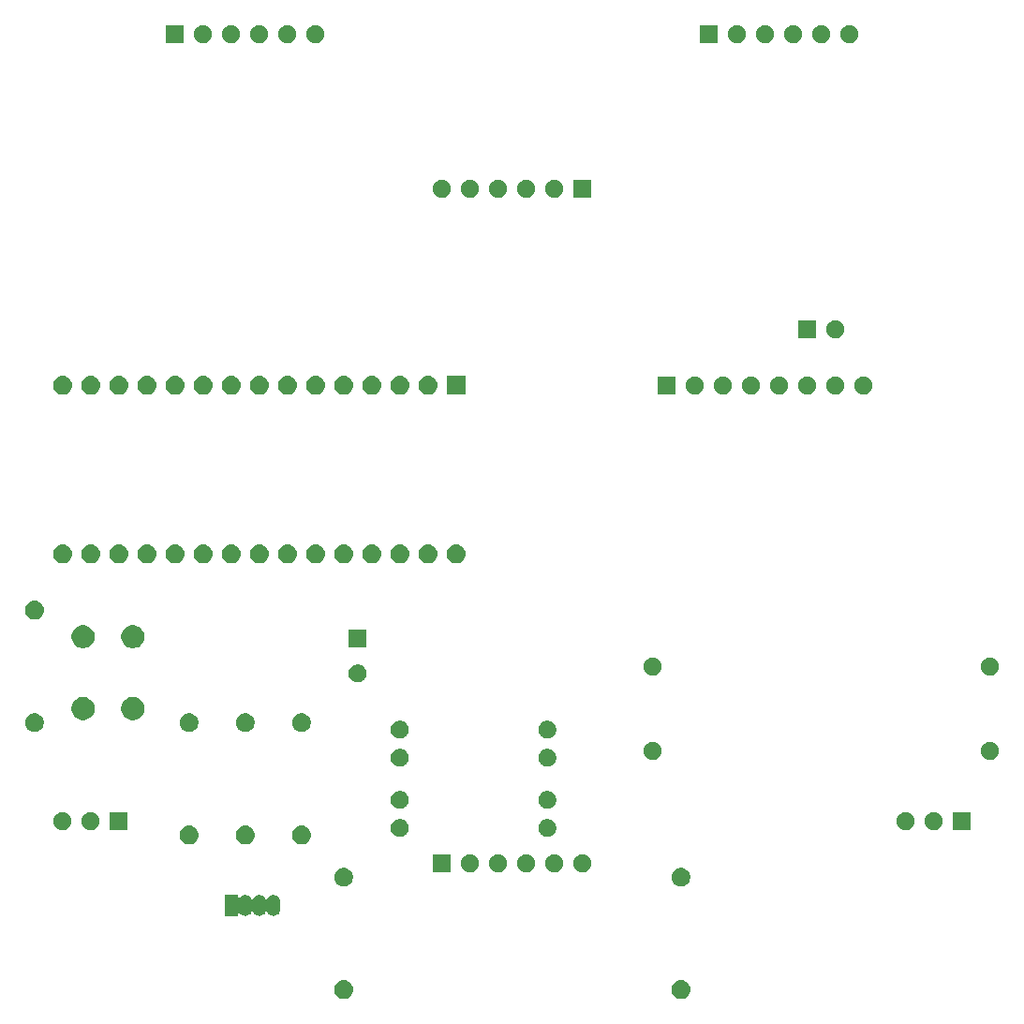
<source format=gbr>
G04 #@! TF.GenerationSoftware,KiCad,Pcbnew,(5.0.2)-1*
G04 #@! TF.CreationDate,2019-01-29T00:14:09+01:00*
G04 #@! TF.ProjectId,bigmax,6269676d-6178-42e6-9b69-6361645f7063,v1*
G04 #@! TF.SameCoordinates,Original*
G04 #@! TF.FileFunction,Soldermask,Bot*
G04 #@! TF.FilePolarity,Negative*
%FSLAX46Y46*%
G04 Gerber Fmt 4.6, Leading zero omitted, Abs format (unit mm)*
G04 Created by KiCad (PCBNEW (5.0.2)-1) date 29/01/2019 00:14:09*
%MOMM*%
%LPD*%
G01*
G04 APERTURE LIST*
%ADD10C,0.100000*%
G04 APERTURE END LIST*
D10*
G36*
X165266821Y-140131313D02*
X165266824Y-140131314D01*
X165266825Y-140131314D01*
X165427239Y-140179975D01*
X165427241Y-140179976D01*
X165427244Y-140179977D01*
X165575078Y-140258995D01*
X165704659Y-140365341D01*
X165811005Y-140494922D01*
X165890023Y-140642756D01*
X165938687Y-140803179D01*
X165955117Y-140970000D01*
X165938687Y-141136821D01*
X165890023Y-141297244D01*
X165811005Y-141445078D01*
X165704659Y-141574659D01*
X165575078Y-141681005D01*
X165427244Y-141760023D01*
X165427241Y-141760024D01*
X165427239Y-141760025D01*
X165266825Y-141808686D01*
X165266824Y-141808686D01*
X165266821Y-141808687D01*
X165141804Y-141821000D01*
X165058196Y-141821000D01*
X164933179Y-141808687D01*
X164933176Y-141808686D01*
X164933175Y-141808686D01*
X164772761Y-141760025D01*
X164772759Y-141760024D01*
X164772756Y-141760023D01*
X164624922Y-141681005D01*
X164495341Y-141574659D01*
X164388995Y-141445078D01*
X164309977Y-141297244D01*
X164261313Y-141136821D01*
X164244883Y-140970000D01*
X164261313Y-140803179D01*
X164309977Y-140642756D01*
X164388995Y-140494922D01*
X164495341Y-140365341D01*
X164624922Y-140258995D01*
X164772756Y-140179977D01*
X164772759Y-140179976D01*
X164772761Y-140179975D01*
X164933175Y-140131314D01*
X164933176Y-140131314D01*
X164933179Y-140131313D01*
X165058196Y-140119000D01*
X165141804Y-140119000D01*
X165266821Y-140131313D01*
X165266821Y-140131313D01*
G37*
G36*
X134786821Y-140131313D02*
X134786824Y-140131314D01*
X134786825Y-140131314D01*
X134947239Y-140179975D01*
X134947241Y-140179976D01*
X134947244Y-140179977D01*
X135095078Y-140258995D01*
X135224659Y-140365341D01*
X135331005Y-140494922D01*
X135410023Y-140642756D01*
X135458687Y-140803179D01*
X135475117Y-140970000D01*
X135458687Y-141136821D01*
X135410023Y-141297244D01*
X135331005Y-141445078D01*
X135224659Y-141574659D01*
X135095078Y-141681005D01*
X134947244Y-141760023D01*
X134947241Y-141760024D01*
X134947239Y-141760025D01*
X134786825Y-141808686D01*
X134786824Y-141808686D01*
X134786821Y-141808687D01*
X134661804Y-141821000D01*
X134578196Y-141821000D01*
X134453179Y-141808687D01*
X134453176Y-141808686D01*
X134453175Y-141808686D01*
X134292761Y-141760025D01*
X134292759Y-141760024D01*
X134292756Y-141760023D01*
X134144922Y-141681005D01*
X134015341Y-141574659D01*
X133908995Y-141445078D01*
X133829977Y-141297244D01*
X133781313Y-141136821D01*
X133764883Y-140970000D01*
X133781313Y-140803179D01*
X133829977Y-140642756D01*
X133908995Y-140494922D01*
X134015341Y-140365341D01*
X134144922Y-140258995D01*
X134292756Y-140179977D01*
X134292759Y-140179976D01*
X134292761Y-140179975D01*
X134453175Y-140131314D01*
X134453176Y-140131314D01*
X134453179Y-140131313D01*
X134578196Y-140119000D01*
X134661804Y-140119000D01*
X134786821Y-140131313D01*
X134786821Y-140131313D01*
G37*
G36*
X128384876Y-132407479D02*
X128495337Y-132440987D01*
X128597136Y-132495400D01*
X128597138Y-132495402D01*
X128686369Y-132568631D01*
X128701193Y-132586694D01*
X128759599Y-132657860D01*
X128814013Y-132759662D01*
X128847521Y-132870123D01*
X128856000Y-132956214D01*
X128856000Y-133743786D01*
X128847521Y-133829877D01*
X128814013Y-133940338D01*
X128759600Y-134042137D01*
X128686369Y-134131369D01*
X128597137Y-134204600D01*
X128495338Y-134259013D01*
X128384877Y-134292521D01*
X128270000Y-134303835D01*
X128155124Y-134292521D01*
X128044663Y-134259013D01*
X127942864Y-134204600D01*
X127853632Y-134131369D01*
X127780402Y-134042139D01*
X127759249Y-134002563D01*
X127745239Y-133976352D01*
X127731628Y-133955982D01*
X127714301Y-133938655D01*
X127693927Y-133925040D01*
X127671288Y-133915663D01*
X127647254Y-133910882D01*
X127622750Y-133910882D01*
X127598717Y-133915662D01*
X127576078Y-133925039D01*
X127555703Y-133938653D01*
X127538376Y-133955980D01*
X127524761Y-133976355D01*
X127489599Y-134042138D01*
X127416369Y-134131369D01*
X127327137Y-134204600D01*
X127225338Y-134259013D01*
X127114877Y-134292521D01*
X127000000Y-134303835D01*
X126885124Y-134292521D01*
X126774663Y-134259013D01*
X126672864Y-134204600D01*
X126583632Y-134131369D01*
X126510402Y-134042139D01*
X126489249Y-134002563D01*
X126475239Y-133976352D01*
X126461628Y-133955982D01*
X126444301Y-133938655D01*
X126423927Y-133925040D01*
X126401288Y-133915663D01*
X126377254Y-133910882D01*
X126352750Y-133910882D01*
X126328717Y-133915662D01*
X126306078Y-133925039D01*
X126285703Y-133938653D01*
X126268376Y-133955980D01*
X126254761Y-133976355D01*
X126219599Y-134042138D01*
X126146369Y-134131369D01*
X126057137Y-134204600D01*
X125955338Y-134259013D01*
X125844877Y-134292521D01*
X125730000Y-134303835D01*
X125615124Y-134292521D01*
X125504663Y-134259013D01*
X125402864Y-134204600D01*
X125313632Y-134131369D01*
X125267626Y-134075311D01*
X125250298Y-134057984D01*
X125229924Y-134044370D01*
X125207285Y-134034993D01*
X125183251Y-134030213D01*
X125158747Y-134030213D01*
X125134714Y-134034994D01*
X125112075Y-134044371D01*
X125091700Y-134057985D01*
X125074373Y-134075313D01*
X125060759Y-134095687D01*
X125051382Y-134118326D01*
X125046000Y-134154611D01*
X125046000Y-134301000D01*
X123874000Y-134301000D01*
X123874000Y-132399000D01*
X125046000Y-132399000D01*
X125046000Y-132545389D01*
X125048402Y-132569775D01*
X125055515Y-132593224D01*
X125067066Y-132614835D01*
X125082612Y-132633777D01*
X125101554Y-132649323D01*
X125123165Y-132660874D01*
X125146614Y-132667987D01*
X125171000Y-132670389D01*
X125195386Y-132667987D01*
X125218835Y-132660874D01*
X125240446Y-132649323D01*
X125267626Y-132624689D01*
X125275713Y-132614835D01*
X125313631Y-132568631D01*
X125331694Y-132553807D01*
X125402860Y-132495401D01*
X125504662Y-132440987D01*
X125615123Y-132407479D01*
X125730000Y-132396165D01*
X125844876Y-132407479D01*
X125955337Y-132440987D01*
X126057136Y-132495400D01*
X126057138Y-132495402D01*
X126146369Y-132568631D01*
X126161193Y-132586694D01*
X126219599Y-132657860D01*
X126254760Y-132723643D01*
X126268373Y-132744018D01*
X126285700Y-132761345D01*
X126306075Y-132774959D01*
X126328714Y-132784336D01*
X126352747Y-132789117D01*
X126377252Y-132789117D01*
X126401285Y-132784337D01*
X126423924Y-132774959D01*
X126444299Y-132761346D01*
X126461626Y-132744019D01*
X126475240Y-132723644D01*
X126510401Y-132657863D01*
X126545713Y-132614835D01*
X126583631Y-132568631D01*
X126601694Y-132553807D01*
X126672860Y-132495401D01*
X126774662Y-132440987D01*
X126885123Y-132407479D01*
X127000000Y-132396165D01*
X127114876Y-132407479D01*
X127225337Y-132440987D01*
X127327136Y-132495400D01*
X127327138Y-132495402D01*
X127416369Y-132568631D01*
X127431193Y-132586694D01*
X127489599Y-132657860D01*
X127524760Y-132723643D01*
X127538373Y-132744018D01*
X127555700Y-132761345D01*
X127576075Y-132774959D01*
X127598714Y-132784336D01*
X127622747Y-132789117D01*
X127647252Y-132789117D01*
X127671285Y-132784337D01*
X127693924Y-132774959D01*
X127714299Y-132761346D01*
X127731626Y-132744019D01*
X127745240Y-132723644D01*
X127780401Y-132657863D01*
X127815713Y-132614835D01*
X127853631Y-132568631D01*
X127871694Y-132553807D01*
X127942860Y-132495401D01*
X128044662Y-132440987D01*
X128155123Y-132407479D01*
X128270000Y-132396165D01*
X128384876Y-132407479D01*
X128384876Y-132407479D01*
G37*
G36*
X165348228Y-129991703D02*
X165503100Y-130055853D01*
X165642481Y-130148985D01*
X165761015Y-130267519D01*
X165854147Y-130406900D01*
X165918297Y-130561772D01*
X165951000Y-130726184D01*
X165951000Y-130893816D01*
X165918297Y-131058228D01*
X165854147Y-131213100D01*
X165761015Y-131352481D01*
X165642481Y-131471015D01*
X165503100Y-131564147D01*
X165348228Y-131628297D01*
X165183816Y-131661000D01*
X165016184Y-131661000D01*
X164851772Y-131628297D01*
X164696900Y-131564147D01*
X164557519Y-131471015D01*
X164438985Y-131352481D01*
X164345853Y-131213100D01*
X164281703Y-131058228D01*
X164249000Y-130893816D01*
X164249000Y-130726184D01*
X164281703Y-130561772D01*
X164345853Y-130406900D01*
X164438985Y-130267519D01*
X164557519Y-130148985D01*
X164696900Y-130055853D01*
X164851772Y-129991703D01*
X165016184Y-129959000D01*
X165183816Y-129959000D01*
X165348228Y-129991703D01*
X165348228Y-129991703D01*
G37*
G36*
X134868228Y-129991703D02*
X135023100Y-130055853D01*
X135162481Y-130148985D01*
X135281015Y-130267519D01*
X135374147Y-130406900D01*
X135438297Y-130561772D01*
X135471000Y-130726184D01*
X135471000Y-130893816D01*
X135438297Y-131058228D01*
X135374147Y-131213100D01*
X135281015Y-131352481D01*
X135162481Y-131471015D01*
X135023100Y-131564147D01*
X134868228Y-131628297D01*
X134703816Y-131661000D01*
X134536184Y-131661000D01*
X134371772Y-131628297D01*
X134216900Y-131564147D01*
X134077519Y-131471015D01*
X133958985Y-131352481D01*
X133865853Y-131213100D01*
X133801703Y-131058228D01*
X133769000Y-130893816D01*
X133769000Y-130726184D01*
X133801703Y-130561772D01*
X133865853Y-130406900D01*
X133958985Y-130267519D01*
X134077519Y-130148985D01*
X134216900Y-130055853D01*
X134371772Y-129991703D01*
X134536184Y-129959000D01*
X134703816Y-129959000D01*
X134868228Y-129991703D01*
X134868228Y-129991703D01*
G37*
G36*
X146287142Y-128758242D02*
X146435102Y-128819530D01*
X146568258Y-128908502D01*
X146681498Y-129021742D01*
X146770470Y-129154898D01*
X146831758Y-129302858D01*
X146863000Y-129459925D01*
X146863000Y-129620075D01*
X146831758Y-129777142D01*
X146784354Y-129891583D01*
X146770471Y-129925100D01*
X146683105Y-130055854D01*
X146681498Y-130058258D01*
X146568258Y-130171498D01*
X146435102Y-130260470D01*
X146435101Y-130260471D01*
X146435100Y-130260471D01*
X146401583Y-130274354D01*
X146287142Y-130321758D01*
X146130075Y-130353000D01*
X145969925Y-130353000D01*
X145812858Y-130321758D01*
X145698417Y-130274354D01*
X145664900Y-130260471D01*
X145664899Y-130260471D01*
X145664898Y-130260470D01*
X145531742Y-130171498D01*
X145418502Y-130058258D01*
X145416896Y-130055854D01*
X145329529Y-129925100D01*
X145315646Y-129891583D01*
X145268242Y-129777142D01*
X145237000Y-129620075D01*
X145237000Y-129459925D01*
X145268242Y-129302858D01*
X145329530Y-129154898D01*
X145418502Y-129021742D01*
X145531742Y-128908502D01*
X145664898Y-128819530D01*
X145812858Y-128758242D01*
X145969925Y-128727000D01*
X146130075Y-128727000D01*
X146287142Y-128758242D01*
X146287142Y-128758242D01*
G37*
G36*
X144323000Y-130353000D02*
X142697000Y-130353000D01*
X142697000Y-128727000D01*
X144323000Y-128727000D01*
X144323000Y-130353000D01*
X144323000Y-130353000D01*
G37*
G36*
X148827142Y-128758242D02*
X148975102Y-128819530D01*
X149108258Y-128908502D01*
X149221498Y-129021742D01*
X149310470Y-129154898D01*
X149371758Y-129302858D01*
X149403000Y-129459925D01*
X149403000Y-129620075D01*
X149371758Y-129777142D01*
X149324354Y-129891583D01*
X149310471Y-129925100D01*
X149223105Y-130055854D01*
X149221498Y-130058258D01*
X149108258Y-130171498D01*
X148975102Y-130260470D01*
X148975101Y-130260471D01*
X148975100Y-130260471D01*
X148941583Y-130274354D01*
X148827142Y-130321758D01*
X148670075Y-130353000D01*
X148509925Y-130353000D01*
X148352858Y-130321758D01*
X148238417Y-130274354D01*
X148204900Y-130260471D01*
X148204899Y-130260471D01*
X148204898Y-130260470D01*
X148071742Y-130171498D01*
X147958502Y-130058258D01*
X147956896Y-130055854D01*
X147869529Y-129925100D01*
X147855646Y-129891583D01*
X147808242Y-129777142D01*
X147777000Y-129620075D01*
X147777000Y-129459925D01*
X147808242Y-129302858D01*
X147869530Y-129154898D01*
X147958502Y-129021742D01*
X148071742Y-128908502D01*
X148204898Y-128819530D01*
X148352858Y-128758242D01*
X148509925Y-128727000D01*
X148670075Y-128727000D01*
X148827142Y-128758242D01*
X148827142Y-128758242D01*
G37*
G36*
X153907142Y-128758242D02*
X154055102Y-128819530D01*
X154188258Y-128908502D01*
X154301498Y-129021742D01*
X154390470Y-129154898D01*
X154451758Y-129302858D01*
X154483000Y-129459925D01*
X154483000Y-129620075D01*
X154451758Y-129777142D01*
X154404354Y-129891583D01*
X154390471Y-129925100D01*
X154303105Y-130055854D01*
X154301498Y-130058258D01*
X154188258Y-130171498D01*
X154055102Y-130260470D01*
X154055101Y-130260471D01*
X154055100Y-130260471D01*
X154021583Y-130274354D01*
X153907142Y-130321758D01*
X153750075Y-130353000D01*
X153589925Y-130353000D01*
X153432858Y-130321758D01*
X153318417Y-130274354D01*
X153284900Y-130260471D01*
X153284899Y-130260471D01*
X153284898Y-130260470D01*
X153151742Y-130171498D01*
X153038502Y-130058258D01*
X153036896Y-130055854D01*
X152949529Y-129925100D01*
X152935646Y-129891583D01*
X152888242Y-129777142D01*
X152857000Y-129620075D01*
X152857000Y-129459925D01*
X152888242Y-129302858D01*
X152949530Y-129154898D01*
X153038502Y-129021742D01*
X153151742Y-128908502D01*
X153284898Y-128819530D01*
X153432858Y-128758242D01*
X153589925Y-128727000D01*
X153750075Y-128727000D01*
X153907142Y-128758242D01*
X153907142Y-128758242D01*
G37*
G36*
X156447142Y-128758242D02*
X156595102Y-128819530D01*
X156728258Y-128908502D01*
X156841498Y-129021742D01*
X156930470Y-129154898D01*
X156991758Y-129302858D01*
X157023000Y-129459925D01*
X157023000Y-129620075D01*
X156991758Y-129777142D01*
X156944354Y-129891583D01*
X156930471Y-129925100D01*
X156843105Y-130055854D01*
X156841498Y-130058258D01*
X156728258Y-130171498D01*
X156595102Y-130260470D01*
X156595101Y-130260471D01*
X156595100Y-130260471D01*
X156561583Y-130274354D01*
X156447142Y-130321758D01*
X156290075Y-130353000D01*
X156129925Y-130353000D01*
X155972858Y-130321758D01*
X155858417Y-130274354D01*
X155824900Y-130260471D01*
X155824899Y-130260471D01*
X155824898Y-130260470D01*
X155691742Y-130171498D01*
X155578502Y-130058258D01*
X155576896Y-130055854D01*
X155489529Y-129925100D01*
X155475646Y-129891583D01*
X155428242Y-129777142D01*
X155397000Y-129620075D01*
X155397000Y-129459925D01*
X155428242Y-129302858D01*
X155489530Y-129154898D01*
X155578502Y-129021742D01*
X155691742Y-128908502D01*
X155824898Y-128819530D01*
X155972858Y-128758242D01*
X156129925Y-128727000D01*
X156290075Y-128727000D01*
X156447142Y-128758242D01*
X156447142Y-128758242D01*
G37*
G36*
X151367142Y-128758242D02*
X151515102Y-128819530D01*
X151648258Y-128908502D01*
X151761498Y-129021742D01*
X151850470Y-129154898D01*
X151911758Y-129302858D01*
X151943000Y-129459925D01*
X151943000Y-129620075D01*
X151911758Y-129777142D01*
X151864354Y-129891583D01*
X151850471Y-129925100D01*
X151763105Y-130055854D01*
X151761498Y-130058258D01*
X151648258Y-130171498D01*
X151515102Y-130260470D01*
X151515101Y-130260471D01*
X151515100Y-130260471D01*
X151481583Y-130274354D01*
X151367142Y-130321758D01*
X151210075Y-130353000D01*
X151049925Y-130353000D01*
X150892858Y-130321758D01*
X150778417Y-130274354D01*
X150744900Y-130260471D01*
X150744899Y-130260471D01*
X150744898Y-130260470D01*
X150611742Y-130171498D01*
X150498502Y-130058258D01*
X150496896Y-130055854D01*
X150409529Y-129925100D01*
X150395646Y-129891583D01*
X150348242Y-129777142D01*
X150317000Y-129620075D01*
X150317000Y-129459925D01*
X150348242Y-129302858D01*
X150409530Y-129154898D01*
X150498502Y-129021742D01*
X150611742Y-128908502D01*
X150744898Y-128819530D01*
X150892858Y-128758242D01*
X151049925Y-128727000D01*
X151210075Y-128727000D01*
X151367142Y-128758242D01*
X151367142Y-128758242D01*
G37*
G36*
X125896821Y-126161313D02*
X125896824Y-126161314D01*
X125896825Y-126161314D01*
X126057239Y-126209975D01*
X126057241Y-126209976D01*
X126057244Y-126209977D01*
X126205078Y-126288995D01*
X126334659Y-126395341D01*
X126441005Y-126524922D01*
X126520023Y-126672756D01*
X126520024Y-126672759D01*
X126520025Y-126672761D01*
X126543486Y-126750102D01*
X126568687Y-126833179D01*
X126585117Y-127000000D01*
X126568687Y-127166821D01*
X126520023Y-127327244D01*
X126441005Y-127475078D01*
X126334659Y-127604659D01*
X126205078Y-127711005D01*
X126057244Y-127790023D01*
X126057241Y-127790024D01*
X126057239Y-127790025D01*
X125896825Y-127838686D01*
X125896824Y-127838686D01*
X125896821Y-127838687D01*
X125771804Y-127851000D01*
X125688196Y-127851000D01*
X125563179Y-127838687D01*
X125563176Y-127838686D01*
X125563175Y-127838686D01*
X125402761Y-127790025D01*
X125402759Y-127790024D01*
X125402756Y-127790023D01*
X125254922Y-127711005D01*
X125125341Y-127604659D01*
X125018995Y-127475078D01*
X124939977Y-127327244D01*
X124891313Y-127166821D01*
X124874883Y-127000000D01*
X124891313Y-126833179D01*
X124916514Y-126750102D01*
X124939975Y-126672761D01*
X124939976Y-126672759D01*
X124939977Y-126672756D01*
X125018995Y-126524922D01*
X125125341Y-126395341D01*
X125254922Y-126288995D01*
X125402756Y-126209977D01*
X125402759Y-126209976D01*
X125402761Y-126209975D01*
X125563175Y-126161314D01*
X125563176Y-126161314D01*
X125563179Y-126161313D01*
X125688196Y-126149000D01*
X125771804Y-126149000D01*
X125896821Y-126161313D01*
X125896821Y-126161313D01*
G37*
G36*
X120816821Y-126161313D02*
X120816824Y-126161314D01*
X120816825Y-126161314D01*
X120977239Y-126209975D01*
X120977241Y-126209976D01*
X120977244Y-126209977D01*
X121125078Y-126288995D01*
X121254659Y-126395341D01*
X121361005Y-126524922D01*
X121440023Y-126672756D01*
X121440024Y-126672759D01*
X121440025Y-126672761D01*
X121463486Y-126750102D01*
X121488687Y-126833179D01*
X121505117Y-127000000D01*
X121488687Y-127166821D01*
X121440023Y-127327244D01*
X121361005Y-127475078D01*
X121254659Y-127604659D01*
X121125078Y-127711005D01*
X120977244Y-127790023D01*
X120977241Y-127790024D01*
X120977239Y-127790025D01*
X120816825Y-127838686D01*
X120816824Y-127838686D01*
X120816821Y-127838687D01*
X120691804Y-127851000D01*
X120608196Y-127851000D01*
X120483179Y-127838687D01*
X120483176Y-127838686D01*
X120483175Y-127838686D01*
X120322761Y-127790025D01*
X120322759Y-127790024D01*
X120322756Y-127790023D01*
X120174922Y-127711005D01*
X120045341Y-127604659D01*
X119938995Y-127475078D01*
X119859977Y-127327244D01*
X119811313Y-127166821D01*
X119794883Y-127000000D01*
X119811313Y-126833179D01*
X119836514Y-126750102D01*
X119859975Y-126672761D01*
X119859976Y-126672759D01*
X119859977Y-126672756D01*
X119938995Y-126524922D01*
X120045341Y-126395341D01*
X120174922Y-126288995D01*
X120322756Y-126209977D01*
X120322759Y-126209976D01*
X120322761Y-126209975D01*
X120483175Y-126161314D01*
X120483176Y-126161314D01*
X120483179Y-126161313D01*
X120608196Y-126149000D01*
X120691804Y-126149000D01*
X120816821Y-126161313D01*
X120816821Y-126161313D01*
G37*
G36*
X130976821Y-126161313D02*
X130976824Y-126161314D01*
X130976825Y-126161314D01*
X131137239Y-126209975D01*
X131137241Y-126209976D01*
X131137244Y-126209977D01*
X131285078Y-126288995D01*
X131414659Y-126395341D01*
X131521005Y-126524922D01*
X131600023Y-126672756D01*
X131600024Y-126672759D01*
X131600025Y-126672761D01*
X131623486Y-126750102D01*
X131648687Y-126833179D01*
X131665117Y-127000000D01*
X131648687Y-127166821D01*
X131600023Y-127327244D01*
X131521005Y-127475078D01*
X131414659Y-127604659D01*
X131285078Y-127711005D01*
X131137244Y-127790023D01*
X131137241Y-127790024D01*
X131137239Y-127790025D01*
X130976825Y-127838686D01*
X130976824Y-127838686D01*
X130976821Y-127838687D01*
X130851804Y-127851000D01*
X130768196Y-127851000D01*
X130643179Y-127838687D01*
X130643176Y-127838686D01*
X130643175Y-127838686D01*
X130482761Y-127790025D01*
X130482759Y-127790024D01*
X130482756Y-127790023D01*
X130334922Y-127711005D01*
X130205341Y-127604659D01*
X130098995Y-127475078D01*
X130019977Y-127327244D01*
X129971313Y-127166821D01*
X129954883Y-127000000D01*
X129971313Y-126833179D01*
X129996514Y-126750102D01*
X130019975Y-126672761D01*
X130019976Y-126672759D01*
X130019977Y-126672756D01*
X130098995Y-126524922D01*
X130205341Y-126395341D01*
X130334922Y-126288995D01*
X130482756Y-126209977D01*
X130482759Y-126209976D01*
X130482761Y-126209975D01*
X130643175Y-126161314D01*
X130643176Y-126161314D01*
X130643179Y-126161313D01*
X130768196Y-126149000D01*
X130851804Y-126149000D01*
X130976821Y-126161313D01*
X130976821Y-126161313D01*
G37*
G36*
X153272142Y-125583242D02*
X153420102Y-125644530D01*
X153553258Y-125733502D01*
X153666498Y-125846742D01*
X153755470Y-125979898D01*
X153816758Y-126127858D01*
X153848000Y-126284925D01*
X153848000Y-126445075D01*
X153816758Y-126602142D01*
X153755470Y-126750102D01*
X153666498Y-126883258D01*
X153553258Y-126996498D01*
X153420102Y-127085470D01*
X153272142Y-127146758D01*
X153115075Y-127178000D01*
X152954925Y-127178000D01*
X152797858Y-127146758D01*
X152649898Y-127085470D01*
X152516742Y-126996498D01*
X152403502Y-126883258D01*
X152314530Y-126750102D01*
X152253242Y-126602142D01*
X152222000Y-126445075D01*
X152222000Y-126284925D01*
X152253242Y-126127858D01*
X152314530Y-125979898D01*
X152403502Y-125846742D01*
X152516742Y-125733502D01*
X152649898Y-125644530D01*
X152797858Y-125583242D01*
X152954925Y-125552000D01*
X153115075Y-125552000D01*
X153272142Y-125583242D01*
X153272142Y-125583242D01*
G37*
G36*
X139937142Y-125583242D02*
X140085102Y-125644530D01*
X140218258Y-125733502D01*
X140331498Y-125846742D01*
X140420470Y-125979898D01*
X140481758Y-126127858D01*
X140513000Y-126284925D01*
X140513000Y-126445075D01*
X140481758Y-126602142D01*
X140420470Y-126750102D01*
X140331498Y-126883258D01*
X140218258Y-126996498D01*
X140085102Y-127085470D01*
X139937142Y-127146758D01*
X139780075Y-127178000D01*
X139619925Y-127178000D01*
X139462858Y-127146758D01*
X139314898Y-127085470D01*
X139181742Y-126996498D01*
X139068502Y-126883258D01*
X138979530Y-126750102D01*
X138918242Y-126602142D01*
X138887000Y-126445075D01*
X138887000Y-126284925D01*
X138918242Y-126127858D01*
X138979530Y-125979898D01*
X139068502Y-125846742D01*
X139181742Y-125733502D01*
X139314898Y-125644530D01*
X139462858Y-125583242D01*
X139619925Y-125552000D01*
X139780075Y-125552000D01*
X139937142Y-125583242D01*
X139937142Y-125583242D01*
G37*
G36*
X191313000Y-126543000D02*
X189687000Y-126543000D01*
X189687000Y-124917000D01*
X191313000Y-124917000D01*
X191313000Y-126543000D01*
X191313000Y-126543000D01*
G37*
G36*
X185657142Y-124948242D02*
X185805102Y-125009530D01*
X185938258Y-125098502D01*
X186051498Y-125211742D01*
X186140470Y-125344898D01*
X186201758Y-125492858D01*
X186233000Y-125649925D01*
X186233000Y-125810075D01*
X186201758Y-125967142D01*
X186140470Y-126115102D01*
X186051498Y-126248258D01*
X185938258Y-126361498D01*
X185805102Y-126450470D01*
X185657142Y-126511758D01*
X185500075Y-126543000D01*
X185339925Y-126543000D01*
X185182858Y-126511758D01*
X185034898Y-126450470D01*
X184901742Y-126361498D01*
X184788502Y-126248258D01*
X184699530Y-126115102D01*
X184638242Y-125967142D01*
X184607000Y-125810075D01*
X184607000Y-125649925D01*
X184638242Y-125492858D01*
X184699530Y-125344898D01*
X184788502Y-125211742D01*
X184901742Y-125098502D01*
X185034898Y-125009530D01*
X185182858Y-124948242D01*
X185339925Y-124917000D01*
X185500075Y-124917000D01*
X185657142Y-124948242D01*
X185657142Y-124948242D01*
G37*
G36*
X188197142Y-124948242D02*
X188345102Y-125009530D01*
X188478258Y-125098502D01*
X188591498Y-125211742D01*
X188680470Y-125344898D01*
X188741758Y-125492858D01*
X188773000Y-125649925D01*
X188773000Y-125810075D01*
X188741758Y-125967142D01*
X188680470Y-126115102D01*
X188591498Y-126248258D01*
X188478258Y-126361498D01*
X188345102Y-126450470D01*
X188197142Y-126511758D01*
X188040075Y-126543000D01*
X187879925Y-126543000D01*
X187722858Y-126511758D01*
X187574898Y-126450470D01*
X187441742Y-126361498D01*
X187328502Y-126248258D01*
X187239530Y-126115102D01*
X187178242Y-125967142D01*
X187147000Y-125810075D01*
X187147000Y-125649925D01*
X187178242Y-125492858D01*
X187239530Y-125344898D01*
X187328502Y-125211742D01*
X187441742Y-125098502D01*
X187574898Y-125009530D01*
X187722858Y-124948242D01*
X187879925Y-124917000D01*
X188040075Y-124917000D01*
X188197142Y-124948242D01*
X188197142Y-124948242D01*
G37*
G36*
X115113000Y-126543000D02*
X113487000Y-126543000D01*
X113487000Y-124917000D01*
X115113000Y-124917000D01*
X115113000Y-126543000D01*
X115113000Y-126543000D01*
G37*
G36*
X109457142Y-124948242D02*
X109605102Y-125009530D01*
X109738258Y-125098502D01*
X109851498Y-125211742D01*
X109940470Y-125344898D01*
X110001758Y-125492858D01*
X110033000Y-125649925D01*
X110033000Y-125810075D01*
X110001758Y-125967142D01*
X109940470Y-126115102D01*
X109851498Y-126248258D01*
X109738258Y-126361498D01*
X109605102Y-126450470D01*
X109457142Y-126511758D01*
X109300075Y-126543000D01*
X109139925Y-126543000D01*
X108982858Y-126511758D01*
X108834898Y-126450470D01*
X108701742Y-126361498D01*
X108588502Y-126248258D01*
X108499530Y-126115102D01*
X108438242Y-125967142D01*
X108407000Y-125810075D01*
X108407000Y-125649925D01*
X108438242Y-125492858D01*
X108499530Y-125344898D01*
X108588502Y-125211742D01*
X108701742Y-125098502D01*
X108834898Y-125009530D01*
X108982858Y-124948242D01*
X109139925Y-124917000D01*
X109300075Y-124917000D01*
X109457142Y-124948242D01*
X109457142Y-124948242D01*
G37*
G36*
X111997142Y-124948242D02*
X112145102Y-125009530D01*
X112278258Y-125098502D01*
X112391498Y-125211742D01*
X112480470Y-125344898D01*
X112541758Y-125492858D01*
X112573000Y-125649925D01*
X112573000Y-125810075D01*
X112541758Y-125967142D01*
X112480470Y-126115102D01*
X112391498Y-126248258D01*
X112278258Y-126361498D01*
X112145102Y-126450470D01*
X111997142Y-126511758D01*
X111840075Y-126543000D01*
X111679925Y-126543000D01*
X111522858Y-126511758D01*
X111374898Y-126450470D01*
X111241742Y-126361498D01*
X111128502Y-126248258D01*
X111039530Y-126115102D01*
X110978242Y-125967142D01*
X110947000Y-125810075D01*
X110947000Y-125649925D01*
X110978242Y-125492858D01*
X111039530Y-125344898D01*
X111128502Y-125211742D01*
X111241742Y-125098502D01*
X111374898Y-125009530D01*
X111522858Y-124948242D01*
X111679925Y-124917000D01*
X111840075Y-124917000D01*
X111997142Y-124948242D01*
X111997142Y-124948242D01*
G37*
G36*
X153272142Y-123043242D02*
X153420102Y-123104530D01*
X153553258Y-123193502D01*
X153666498Y-123306742D01*
X153755470Y-123439898D01*
X153816758Y-123587858D01*
X153848000Y-123744925D01*
X153848000Y-123905075D01*
X153816758Y-124062142D01*
X153755470Y-124210102D01*
X153666498Y-124343258D01*
X153553258Y-124456498D01*
X153420102Y-124545470D01*
X153272142Y-124606758D01*
X153115075Y-124638000D01*
X152954925Y-124638000D01*
X152797858Y-124606758D01*
X152649898Y-124545470D01*
X152516742Y-124456498D01*
X152403502Y-124343258D01*
X152314530Y-124210102D01*
X152253242Y-124062142D01*
X152222000Y-123905075D01*
X152222000Y-123744925D01*
X152253242Y-123587858D01*
X152314530Y-123439898D01*
X152403502Y-123306742D01*
X152516742Y-123193502D01*
X152649898Y-123104530D01*
X152797858Y-123043242D01*
X152954925Y-123012000D01*
X153115075Y-123012000D01*
X153272142Y-123043242D01*
X153272142Y-123043242D01*
G37*
G36*
X139937142Y-123043242D02*
X140085102Y-123104530D01*
X140218258Y-123193502D01*
X140331498Y-123306742D01*
X140420470Y-123439898D01*
X140481758Y-123587858D01*
X140513000Y-123744925D01*
X140513000Y-123905075D01*
X140481758Y-124062142D01*
X140420470Y-124210102D01*
X140331498Y-124343258D01*
X140218258Y-124456498D01*
X140085102Y-124545470D01*
X139937142Y-124606758D01*
X139780075Y-124638000D01*
X139619925Y-124638000D01*
X139462858Y-124606758D01*
X139314898Y-124545470D01*
X139181742Y-124456498D01*
X139068502Y-124343258D01*
X138979530Y-124210102D01*
X138918242Y-124062142D01*
X138887000Y-123905075D01*
X138887000Y-123744925D01*
X138918242Y-123587858D01*
X138979530Y-123439898D01*
X139068502Y-123306742D01*
X139181742Y-123193502D01*
X139314898Y-123104530D01*
X139462858Y-123043242D01*
X139619925Y-123012000D01*
X139780075Y-123012000D01*
X139937142Y-123043242D01*
X139937142Y-123043242D01*
G37*
G36*
X139937142Y-119233242D02*
X140085102Y-119294530D01*
X140218258Y-119383502D01*
X140331498Y-119496742D01*
X140420470Y-119629898D01*
X140481758Y-119777858D01*
X140513000Y-119934925D01*
X140513000Y-120095075D01*
X140481758Y-120252142D01*
X140420470Y-120400102D01*
X140331498Y-120533258D01*
X140218258Y-120646498D01*
X140085102Y-120735470D01*
X139937142Y-120796758D01*
X139780075Y-120828000D01*
X139619925Y-120828000D01*
X139462858Y-120796758D01*
X139314898Y-120735470D01*
X139181742Y-120646498D01*
X139068502Y-120533258D01*
X138979530Y-120400102D01*
X138918242Y-120252142D01*
X138887000Y-120095075D01*
X138887000Y-119934925D01*
X138918242Y-119777858D01*
X138979530Y-119629898D01*
X139068502Y-119496742D01*
X139181742Y-119383502D01*
X139314898Y-119294530D01*
X139462858Y-119233242D01*
X139619925Y-119202000D01*
X139780075Y-119202000D01*
X139937142Y-119233242D01*
X139937142Y-119233242D01*
G37*
G36*
X153272142Y-119233242D02*
X153420102Y-119294530D01*
X153553258Y-119383502D01*
X153666498Y-119496742D01*
X153755470Y-119629898D01*
X153816758Y-119777858D01*
X153848000Y-119934925D01*
X153848000Y-120095075D01*
X153816758Y-120252142D01*
X153755470Y-120400102D01*
X153666498Y-120533258D01*
X153553258Y-120646498D01*
X153420102Y-120735470D01*
X153272142Y-120796758D01*
X153115075Y-120828000D01*
X152954925Y-120828000D01*
X152797858Y-120796758D01*
X152649898Y-120735470D01*
X152516742Y-120646498D01*
X152403502Y-120533258D01*
X152314530Y-120400102D01*
X152253242Y-120252142D01*
X152222000Y-120095075D01*
X152222000Y-119934925D01*
X152253242Y-119777858D01*
X152314530Y-119629898D01*
X152403502Y-119496742D01*
X152516742Y-119383502D01*
X152649898Y-119294530D01*
X152797858Y-119233242D01*
X152954925Y-119202000D01*
X153115075Y-119202000D01*
X153272142Y-119233242D01*
X153272142Y-119233242D01*
G37*
G36*
X193277142Y-118598242D02*
X193425102Y-118659530D01*
X193558258Y-118748502D01*
X193671498Y-118861742D01*
X193760470Y-118994898D01*
X193821758Y-119142858D01*
X193853000Y-119299925D01*
X193853000Y-119460075D01*
X193821758Y-119617142D01*
X193760470Y-119765102D01*
X193671498Y-119898258D01*
X193558258Y-120011498D01*
X193425102Y-120100470D01*
X193277142Y-120161758D01*
X193120075Y-120193000D01*
X192959925Y-120193000D01*
X192802858Y-120161758D01*
X192654898Y-120100470D01*
X192521742Y-120011498D01*
X192408502Y-119898258D01*
X192319530Y-119765102D01*
X192258242Y-119617142D01*
X192227000Y-119460075D01*
X192227000Y-119299925D01*
X192258242Y-119142858D01*
X192319530Y-118994898D01*
X192408502Y-118861742D01*
X192521742Y-118748502D01*
X192654898Y-118659530D01*
X192802858Y-118598242D01*
X192959925Y-118567000D01*
X193120075Y-118567000D01*
X193277142Y-118598242D01*
X193277142Y-118598242D01*
G37*
G36*
X162797142Y-118598242D02*
X162945102Y-118659530D01*
X163078258Y-118748502D01*
X163191498Y-118861742D01*
X163280470Y-118994898D01*
X163341758Y-119142858D01*
X163373000Y-119299925D01*
X163373000Y-119460075D01*
X163341758Y-119617142D01*
X163280470Y-119765102D01*
X163191498Y-119898258D01*
X163078258Y-120011498D01*
X162945102Y-120100470D01*
X162797142Y-120161758D01*
X162640075Y-120193000D01*
X162479925Y-120193000D01*
X162322858Y-120161758D01*
X162174898Y-120100470D01*
X162041742Y-120011498D01*
X161928502Y-119898258D01*
X161839530Y-119765102D01*
X161778242Y-119617142D01*
X161747000Y-119460075D01*
X161747000Y-119299925D01*
X161778242Y-119142858D01*
X161839530Y-118994898D01*
X161928502Y-118861742D01*
X162041742Y-118748502D01*
X162174898Y-118659530D01*
X162322858Y-118598242D01*
X162479925Y-118567000D01*
X162640075Y-118567000D01*
X162797142Y-118598242D01*
X162797142Y-118598242D01*
G37*
G36*
X139937142Y-116693242D02*
X140085102Y-116754530D01*
X140218258Y-116843502D01*
X140331498Y-116956742D01*
X140420470Y-117089898D01*
X140481758Y-117237858D01*
X140513000Y-117394925D01*
X140513000Y-117555075D01*
X140481758Y-117712142D01*
X140420470Y-117860102D01*
X140331498Y-117993258D01*
X140218258Y-118106498D01*
X140085102Y-118195470D01*
X139937142Y-118256758D01*
X139780075Y-118288000D01*
X139619925Y-118288000D01*
X139462858Y-118256758D01*
X139314898Y-118195470D01*
X139181742Y-118106498D01*
X139068502Y-117993258D01*
X138979530Y-117860102D01*
X138918242Y-117712142D01*
X138887000Y-117555075D01*
X138887000Y-117394925D01*
X138918242Y-117237858D01*
X138979530Y-117089898D01*
X139068502Y-116956742D01*
X139181742Y-116843502D01*
X139314898Y-116754530D01*
X139462858Y-116693242D01*
X139619925Y-116662000D01*
X139780075Y-116662000D01*
X139937142Y-116693242D01*
X139937142Y-116693242D01*
G37*
G36*
X153272142Y-116693242D02*
X153420102Y-116754530D01*
X153553258Y-116843502D01*
X153666498Y-116956742D01*
X153755470Y-117089898D01*
X153816758Y-117237858D01*
X153848000Y-117394925D01*
X153848000Y-117555075D01*
X153816758Y-117712142D01*
X153755470Y-117860102D01*
X153666498Y-117993258D01*
X153553258Y-118106498D01*
X153420102Y-118195470D01*
X153272142Y-118256758D01*
X153115075Y-118288000D01*
X152954925Y-118288000D01*
X152797858Y-118256758D01*
X152649898Y-118195470D01*
X152516742Y-118106498D01*
X152403502Y-117993258D01*
X152314530Y-117860102D01*
X152253242Y-117712142D01*
X152222000Y-117555075D01*
X152222000Y-117394925D01*
X152253242Y-117237858D01*
X152314530Y-117089898D01*
X152403502Y-116956742D01*
X152516742Y-116843502D01*
X152649898Y-116754530D01*
X152797858Y-116693242D01*
X152954925Y-116662000D01*
X153115075Y-116662000D01*
X153272142Y-116693242D01*
X153272142Y-116693242D01*
G37*
G36*
X106928228Y-116021703D02*
X107083100Y-116085853D01*
X107222481Y-116178985D01*
X107341015Y-116297519D01*
X107434147Y-116436900D01*
X107498297Y-116591772D01*
X107531000Y-116756184D01*
X107531000Y-116923816D01*
X107498297Y-117088228D01*
X107434147Y-117243100D01*
X107341015Y-117382481D01*
X107222481Y-117501015D01*
X107083100Y-117594147D01*
X106928228Y-117658297D01*
X106763816Y-117691000D01*
X106596184Y-117691000D01*
X106431772Y-117658297D01*
X106276900Y-117594147D01*
X106137519Y-117501015D01*
X106018985Y-117382481D01*
X105925853Y-117243100D01*
X105861703Y-117088228D01*
X105829000Y-116923816D01*
X105829000Y-116756184D01*
X105861703Y-116591772D01*
X105925853Y-116436900D01*
X106018985Y-116297519D01*
X106137519Y-116178985D01*
X106276900Y-116085853D01*
X106431772Y-116021703D01*
X106596184Y-115989000D01*
X106763816Y-115989000D01*
X106928228Y-116021703D01*
X106928228Y-116021703D01*
G37*
G36*
X120898228Y-116021703D02*
X121053100Y-116085853D01*
X121192481Y-116178985D01*
X121311015Y-116297519D01*
X121404147Y-116436900D01*
X121468297Y-116591772D01*
X121501000Y-116756184D01*
X121501000Y-116923816D01*
X121468297Y-117088228D01*
X121404147Y-117243100D01*
X121311015Y-117382481D01*
X121192481Y-117501015D01*
X121053100Y-117594147D01*
X120898228Y-117658297D01*
X120733816Y-117691000D01*
X120566184Y-117691000D01*
X120401772Y-117658297D01*
X120246900Y-117594147D01*
X120107519Y-117501015D01*
X119988985Y-117382481D01*
X119895853Y-117243100D01*
X119831703Y-117088228D01*
X119799000Y-116923816D01*
X119799000Y-116756184D01*
X119831703Y-116591772D01*
X119895853Y-116436900D01*
X119988985Y-116297519D01*
X120107519Y-116178985D01*
X120246900Y-116085853D01*
X120401772Y-116021703D01*
X120566184Y-115989000D01*
X120733816Y-115989000D01*
X120898228Y-116021703D01*
X120898228Y-116021703D01*
G37*
G36*
X131058228Y-116021703D02*
X131213100Y-116085853D01*
X131352481Y-116178985D01*
X131471015Y-116297519D01*
X131564147Y-116436900D01*
X131628297Y-116591772D01*
X131661000Y-116756184D01*
X131661000Y-116923816D01*
X131628297Y-117088228D01*
X131564147Y-117243100D01*
X131471015Y-117382481D01*
X131352481Y-117501015D01*
X131213100Y-117594147D01*
X131058228Y-117658297D01*
X130893816Y-117691000D01*
X130726184Y-117691000D01*
X130561772Y-117658297D01*
X130406900Y-117594147D01*
X130267519Y-117501015D01*
X130148985Y-117382481D01*
X130055853Y-117243100D01*
X129991703Y-117088228D01*
X129959000Y-116923816D01*
X129959000Y-116756184D01*
X129991703Y-116591772D01*
X130055853Y-116436900D01*
X130148985Y-116297519D01*
X130267519Y-116178985D01*
X130406900Y-116085853D01*
X130561772Y-116021703D01*
X130726184Y-115989000D01*
X130893816Y-115989000D01*
X131058228Y-116021703D01*
X131058228Y-116021703D01*
G37*
G36*
X125978228Y-116021703D02*
X126133100Y-116085853D01*
X126272481Y-116178985D01*
X126391015Y-116297519D01*
X126484147Y-116436900D01*
X126548297Y-116591772D01*
X126581000Y-116756184D01*
X126581000Y-116923816D01*
X126548297Y-117088228D01*
X126484147Y-117243100D01*
X126391015Y-117382481D01*
X126272481Y-117501015D01*
X126133100Y-117594147D01*
X125978228Y-117658297D01*
X125813816Y-117691000D01*
X125646184Y-117691000D01*
X125481772Y-117658297D01*
X125326900Y-117594147D01*
X125187519Y-117501015D01*
X125068985Y-117382481D01*
X124975853Y-117243100D01*
X124911703Y-117088228D01*
X124879000Y-116923816D01*
X124879000Y-116756184D01*
X124911703Y-116591772D01*
X124975853Y-116436900D01*
X125068985Y-116297519D01*
X125187519Y-116178985D01*
X125326900Y-116085853D01*
X125481772Y-116021703D01*
X125646184Y-115989000D01*
X125813816Y-115989000D01*
X125978228Y-116021703D01*
X125978228Y-116021703D01*
G37*
G36*
X111376565Y-114559389D02*
X111567834Y-114638615D01*
X111739976Y-114753637D01*
X111886363Y-114900024D01*
X112001385Y-115072166D01*
X112080611Y-115263435D01*
X112121000Y-115466484D01*
X112121000Y-115673516D01*
X112080611Y-115876565D01*
X112001385Y-116067834D01*
X111886363Y-116239976D01*
X111739976Y-116386363D01*
X111567834Y-116501385D01*
X111376565Y-116580611D01*
X111173516Y-116621000D01*
X110966484Y-116621000D01*
X110763435Y-116580611D01*
X110572166Y-116501385D01*
X110400024Y-116386363D01*
X110253637Y-116239976D01*
X110138615Y-116067834D01*
X110059389Y-115876565D01*
X110019000Y-115673516D01*
X110019000Y-115466484D01*
X110059389Y-115263435D01*
X110138615Y-115072166D01*
X110253637Y-114900024D01*
X110400024Y-114753637D01*
X110572166Y-114638615D01*
X110763435Y-114559389D01*
X110966484Y-114519000D01*
X111173516Y-114519000D01*
X111376565Y-114559389D01*
X111376565Y-114559389D01*
G37*
G36*
X115876565Y-114559389D02*
X116067834Y-114638615D01*
X116239976Y-114753637D01*
X116386363Y-114900024D01*
X116501385Y-115072166D01*
X116580611Y-115263435D01*
X116621000Y-115466484D01*
X116621000Y-115673516D01*
X116580611Y-115876565D01*
X116501385Y-116067834D01*
X116386363Y-116239976D01*
X116239976Y-116386363D01*
X116067834Y-116501385D01*
X115876565Y-116580611D01*
X115673516Y-116621000D01*
X115466484Y-116621000D01*
X115263435Y-116580611D01*
X115072166Y-116501385D01*
X114900024Y-116386363D01*
X114753637Y-116239976D01*
X114638615Y-116067834D01*
X114559389Y-115876565D01*
X114519000Y-115673516D01*
X114519000Y-115466484D01*
X114559389Y-115263435D01*
X114638615Y-115072166D01*
X114753637Y-114900024D01*
X114900024Y-114753637D01*
X115072166Y-114638615D01*
X115263435Y-114559389D01*
X115466484Y-114519000D01*
X115673516Y-114519000D01*
X115876565Y-114559389D01*
X115876565Y-114559389D01*
G37*
G36*
X136127142Y-111613242D02*
X136275102Y-111674530D01*
X136408258Y-111763502D01*
X136521498Y-111876742D01*
X136610470Y-112009898D01*
X136671758Y-112157858D01*
X136703000Y-112314925D01*
X136703000Y-112475075D01*
X136671758Y-112632142D01*
X136610470Y-112780102D01*
X136521498Y-112913258D01*
X136408258Y-113026498D01*
X136275102Y-113115470D01*
X136127142Y-113176758D01*
X135970075Y-113208000D01*
X135809925Y-113208000D01*
X135652858Y-113176758D01*
X135504898Y-113115470D01*
X135371742Y-113026498D01*
X135258502Y-112913258D01*
X135169530Y-112780102D01*
X135108242Y-112632142D01*
X135077000Y-112475075D01*
X135077000Y-112314925D01*
X135108242Y-112157858D01*
X135169530Y-112009898D01*
X135258502Y-111876742D01*
X135371742Y-111763502D01*
X135504898Y-111674530D01*
X135652858Y-111613242D01*
X135809925Y-111582000D01*
X135970075Y-111582000D01*
X136127142Y-111613242D01*
X136127142Y-111613242D01*
G37*
G36*
X193277142Y-110978242D02*
X193425102Y-111039530D01*
X193558258Y-111128502D01*
X193671498Y-111241742D01*
X193760470Y-111374898D01*
X193821758Y-111522858D01*
X193853000Y-111679925D01*
X193853000Y-111840075D01*
X193821758Y-111997142D01*
X193760470Y-112145102D01*
X193671498Y-112278258D01*
X193558258Y-112391498D01*
X193425102Y-112480470D01*
X193277142Y-112541758D01*
X193120075Y-112573000D01*
X192959925Y-112573000D01*
X192802858Y-112541758D01*
X192654898Y-112480470D01*
X192521742Y-112391498D01*
X192408502Y-112278258D01*
X192319530Y-112145102D01*
X192258242Y-111997142D01*
X192227000Y-111840075D01*
X192227000Y-111679925D01*
X192258242Y-111522858D01*
X192319530Y-111374898D01*
X192408502Y-111241742D01*
X192521742Y-111128502D01*
X192654898Y-111039530D01*
X192802858Y-110978242D01*
X192959925Y-110947000D01*
X193120075Y-110947000D01*
X193277142Y-110978242D01*
X193277142Y-110978242D01*
G37*
G36*
X162797142Y-110978242D02*
X162945102Y-111039530D01*
X163078258Y-111128502D01*
X163191498Y-111241742D01*
X163280470Y-111374898D01*
X163341758Y-111522858D01*
X163373000Y-111679925D01*
X163373000Y-111840075D01*
X163341758Y-111997142D01*
X163280470Y-112145102D01*
X163191498Y-112278258D01*
X163078258Y-112391498D01*
X162945102Y-112480470D01*
X162797142Y-112541758D01*
X162640075Y-112573000D01*
X162479925Y-112573000D01*
X162322858Y-112541758D01*
X162174898Y-112480470D01*
X162041742Y-112391498D01*
X161928502Y-112278258D01*
X161839530Y-112145102D01*
X161778242Y-111997142D01*
X161747000Y-111840075D01*
X161747000Y-111679925D01*
X161778242Y-111522858D01*
X161839530Y-111374898D01*
X161928502Y-111241742D01*
X162041742Y-111128502D01*
X162174898Y-111039530D01*
X162322858Y-110978242D01*
X162479925Y-110947000D01*
X162640075Y-110947000D01*
X162797142Y-110978242D01*
X162797142Y-110978242D01*
G37*
G36*
X115876565Y-108059389D02*
X116067834Y-108138615D01*
X116239976Y-108253637D01*
X116386363Y-108400024D01*
X116501385Y-108572166D01*
X116580611Y-108763435D01*
X116621000Y-108966484D01*
X116621000Y-109173516D01*
X116580611Y-109376565D01*
X116501385Y-109567834D01*
X116386363Y-109739976D01*
X116239976Y-109886363D01*
X116067834Y-110001385D01*
X115876565Y-110080611D01*
X115673516Y-110121000D01*
X115466484Y-110121000D01*
X115263435Y-110080611D01*
X115072166Y-110001385D01*
X114900024Y-109886363D01*
X114753637Y-109739976D01*
X114638615Y-109567834D01*
X114559389Y-109376565D01*
X114519000Y-109173516D01*
X114519000Y-108966484D01*
X114559389Y-108763435D01*
X114638615Y-108572166D01*
X114753637Y-108400024D01*
X114900024Y-108253637D01*
X115072166Y-108138615D01*
X115263435Y-108059389D01*
X115466484Y-108019000D01*
X115673516Y-108019000D01*
X115876565Y-108059389D01*
X115876565Y-108059389D01*
G37*
G36*
X111376565Y-108059389D02*
X111567834Y-108138615D01*
X111739976Y-108253637D01*
X111886363Y-108400024D01*
X112001385Y-108572166D01*
X112080611Y-108763435D01*
X112121000Y-108966484D01*
X112121000Y-109173516D01*
X112080611Y-109376565D01*
X112001385Y-109567834D01*
X111886363Y-109739976D01*
X111739976Y-109886363D01*
X111567834Y-110001385D01*
X111376565Y-110080611D01*
X111173516Y-110121000D01*
X110966484Y-110121000D01*
X110763435Y-110080611D01*
X110572166Y-110001385D01*
X110400024Y-109886363D01*
X110253637Y-109739976D01*
X110138615Y-109567834D01*
X110059389Y-109376565D01*
X110019000Y-109173516D01*
X110019000Y-108966484D01*
X110059389Y-108763435D01*
X110138615Y-108572166D01*
X110253637Y-108400024D01*
X110400024Y-108253637D01*
X110572166Y-108138615D01*
X110763435Y-108059389D01*
X110966484Y-108019000D01*
X111173516Y-108019000D01*
X111376565Y-108059389D01*
X111376565Y-108059389D01*
G37*
G36*
X136703000Y-110033000D02*
X135077000Y-110033000D01*
X135077000Y-108407000D01*
X136703000Y-108407000D01*
X136703000Y-110033000D01*
X136703000Y-110033000D01*
G37*
G36*
X106846821Y-105841313D02*
X106846824Y-105841314D01*
X106846825Y-105841314D01*
X107007239Y-105889975D01*
X107007241Y-105889976D01*
X107007244Y-105889977D01*
X107155078Y-105968995D01*
X107284659Y-106075341D01*
X107391005Y-106204922D01*
X107470023Y-106352756D01*
X107518687Y-106513179D01*
X107535117Y-106680000D01*
X107518687Y-106846821D01*
X107470023Y-107007244D01*
X107391005Y-107155078D01*
X107284659Y-107284659D01*
X107155078Y-107391005D01*
X107007244Y-107470023D01*
X107007241Y-107470024D01*
X107007239Y-107470025D01*
X106846825Y-107518686D01*
X106846824Y-107518686D01*
X106846821Y-107518687D01*
X106721804Y-107531000D01*
X106638196Y-107531000D01*
X106513179Y-107518687D01*
X106513176Y-107518686D01*
X106513175Y-107518686D01*
X106352761Y-107470025D01*
X106352759Y-107470024D01*
X106352756Y-107470023D01*
X106204922Y-107391005D01*
X106075341Y-107284659D01*
X105968995Y-107155078D01*
X105889977Y-107007244D01*
X105841313Y-106846821D01*
X105824883Y-106680000D01*
X105841313Y-106513179D01*
X105889977Y-106352756D01*
X105968995Y-106204922D01*
X106075341Y-106075341D01*
X106204922Y-105968995D01*
X106352756Y-105889977D01*
X106352759Y-105889976D01*
X106352761Y-105889975D01*
X106513175Y-105841314D01*
X106513176Y-105841314D01*
X106513179Y-105841313D01*
X106638196Y-105829000D01*
X106721804Y-105829000D01*
X106846821Y-105841313D01*
X106846821Y-105841313D01*
G37*
G36*
X111926821Y-100761313D02*
X111926824Y-100761314D01*
X111926825Y-100761314D01*
X112087239Y-100809975D01*
X112087241Y-100809976D01*
X112087244Y-100809977D01*
X112235078Y-100888995D01*
X112364659Y-100995341D01*
X112471005Y-101124922D01*
X112550023Y-101272756D01*
X112598687Y-101433179D01*
X112615117Y-101600000D01*
X112598687Y-101766821D01*
X112550023Y-101927244D01*
X112471005Y-102075078D01*
X112364659Y-102204659D01*
X112235078Y-102311005D01*
X112087244Y-102390023D01*
X112087241Y-102390024D01*
X112087239Y-102390025D01*
X111926825Y-102438686D01*
X111926824Y-102438686D01*
X111926821Y-102438687D01*
X111801804Y-102451000D01*
X111718196Y-102451000D01*
X111593179Y-102438687D01*
X111593176Y-102438686D01*
X111593175Y-102438686D01*
X111432761Y-102390025D01*
X111432759Y-102390024D01*
X111432756Y-102390023D01*
X111284922Y-102311005D01*
X111155341Y-102204659D01*
X111048995Y-102075078D01*
X110969977Y-101927244D01*
X110921313Y-101766821D01*
X110904883Y-101600000D01*
X110921313Y-101433179D01*
X110969977Y-101272756D01*
X111048995Y-101124922D01*
X111155341Y-100995341D01*
X111284922Y-100888995D01*
X111432756Y-100809977D01*
X111432759Y-100809976D01*
X111432761Y-100809975D01*
X111593175Y-100761314D01*
X111593176Y-100761314D01*
X111593179Y-100761313D01*
X111718196Y-100749000D01*
X111801804Y-100749000D01*
X111926821Y-100761313D01*
X111926821Y-100761313D01*
G37*
G36*
X109386821Y-100761313D02*
X109386824Y-100761314D01*
X109386825Y-100761314D01*
X109547239Y-100809975D01*
X109547241Y-100809976D01*
X109547244Y-100809977D01*
X109695078Y-100888995D01*
X109824659Y-100995341D01*
X109931005Y-101124922D01*
X110010023Y-101272756D01*
X110058687Y-101433179D01*
X110075117Y-101600000D01*
X110058687Y-101766821D01*
X110010023Y-101927244D01*
X109931005Y-102075078D01*
X109824659Y-102204659D01*
X109695078Y-102311005D01*
X109547244Y-102390023D01*
X109547241Y-102390024D01*
X109547239Y-102390025D01*
X109386825Y-102438686D01*
X109386824Y-102438686D01*
X109386821Y-102438687D01*
X109261804Y-102451000D01*
X109178196Y-102451000D01*
X109053179Y-102438687D01*
X109053176Y-102438686D01*
X109053175Y-102438686D01*
X108892761Y-102390025D01*
X108892759Y-102390024D01*
X108892756Y-102390023D01*
X108744922Y-102311005D01*
X108615341Y-102204659D01*
X108508995Y-102075078D01*
X108429977Y-101927244D01*
X108381313Y-101766821D01*
X108364883Y-101600000D01*
X108381313Y-101433179D01*
X108429977Y-101272756D01*
X108508995Y-101124922D01*
X108615341Y-100995341D01*
X108744922Y-100888995D01*
X108892756Y-100809977D01*
X108892759Y-100809976D01*
X108892761Y-100809975D01*
X109053175Y-100761314D01*
X109053176Y-100761314D01*
X109053179Y-100761313D01*
X109178196Y-100749000D01*
X109261804Y-100749000D01*
X109386821Y-100761313D01*
X109386821Y-100761313D01*
G37*
G36*
X117006821Y-100761313D02*
X117006824Y-100761314D01*
X117006825Y-100761314D01*
X117167239Y-100809975D01*
X117167241Y-100809976D01*
X117167244Y-100809977D01*
X117315078Y-100888995D01*
X117444659Y-100995341D01*
X117551005Y-101124922D01*
X117630023Y-101272756D01*
X117678687Y-101433179D01*
X117695117Y-101600000D01*
X117678687Y-101766821D01*
X117630023Y-101927244D01*
X117551005Y-102075078D01*
X117444659Y-102204659D01*
X117315078Y-102311005D01*
X117167244Y-102390023D01*
X117167241Y-102390024D01*
X117167239Y-102390025D01*
X117006825Y-102438686D01*
X117006824Y-102438686D01*
X117006821Y-102438687D01*
X116881804Y-102451000D01*
X116798196Y-102451000D01*
X116673179Y-102438687D01*
X116673176Y-102438686D01*
X116673175Y-102438686D01*
X116512761Y-102390025D01*
X116512759Y-102390024D01*
X116512756Y-102390023D01*
X116364922Y-102311005D01*
X116235341Y-102204659D01*
X116128995Y-102075078D01*
X116049977Y-101927244D01*
X116001313Y-101766821D01*
X115984883Y-101600000D01*
X116001313Y-101433179D01*
X116049977Y-101272756D01*
X116128995Y-101124922D01*
X116235341Y-100995341D01*
X116364922Y-100888995D01*
X116512756Y-100809977D01*
X116512759Y-100809976D01*
X116512761Y-100809975D01*
X116673175Y-100761314D01*
X116673176Y-100761314D01*
X116673179Y-100761313D01*
X116798196Y-100749000D01*
X116881804Y-100749000D01*
X117006821Y-100761313D01*
X117006821Y-100761313D01*
G37*
G36*
X142406821Y-100761313D02*
X142406824Y-100761314D01*
X142406825Y-100761314D01*
X142567239Y-100809975D01*
X142567241Y-100809976D01*
X142567244Y-100809977D01*
X142715078Y-100888995D01*
X142844659Y-100995341D01*
X142951005Y-101124922D01*
X143030023Y-101272756D01*
X143078687Y-101433179D01*
X143095117Y-101600000D01*
X143078687Y-101766821D01*
X143030023Y-101927244D01*
X142951005Y-102075078D01*
X142844659Y-102204659D01*
X142715078Y-102311005D01*
X142567244Y-102390023D01*
X142567241Y-102390024D01*
X142567239Y-102390025D01*
X142406825Y-102438686D01*
X142406824Y-102438686D01*
X142406821Y-102438687D01*
X142281804Y-102451000D01*
X142198196Y-102451000D01*
X142073179Y-102438687D01*
X142073176Y-102438686D01*
X142073175Y-102438686D01*
X141912761Y-102390025D01*
X141912759Y-102390024D01*
X141912756Y-102390023D01*
X141764922Y-102311005D01*
X141635341Y-102204659D01*
X141528995Y-102075078D01*
X141449977Y-101927244D01*
X141401313Y-101766821D01*
X141384883Y-101600000D01*
X141401313Y-101433179D01*
X141449977Y-101272756D01*
X141528995Y-101124922D01*
X141635341Y-100995341D01*
X141764922Y-100888995D01*
X141912756Y-100809977D01*
X141912759Y-100809976D01*
X141912761Y-100809975D01*
X142073175Y-100761314D01*
X142073176Y-100761314D01*
X142073179Y-100761313D01*
X142198196Y-100749000D01*
X142281804Y-100749000D01*
X142406821Y-100761313D01*
X142406821Y-100761313D01*
G37*
G36*
X139866821Y-100761313D02*
X139866824Y-100761314D01*
X139866825Y-100761314D01*
X140027239Y-100809975D01*
X140027241Y-100809976D01*
X140027244Y-100809977D01*
X140175078Y-100888995D01*
X140304659Y-100995341D01*
X140411005Y-101124922D01*
X140490023Y-101272756D01*
X140538687Y-101433179D01*
X140555117Y-101600000D01*
X140538687Y-101766821D01*
X140490023Y-101927244D01*
X140411005Y-102075078D01*
X140304659Y-102204659D01*
X140175078Y-102311005D01*
X140027244Y-102390023D01*
X140027241Y-102390024D01*
X140027239Y-102390025D01*
X139866825Y-102438686D01*
X139866824Y-102438686D01*
X139866821Y-102438687D01*
X139741804Y-102451000D01*
X139658196Y-102451000D01*
X139533179Y-102438687D01*
X139533176Y-102438686D01*
X139533175Y-102438686D01*
X139372761Y-102390025D01*
X139372759Y-102390024D01*
X139372756Y-102390023D01*
X139224922Y-102311005D01*
X139095341Y-102204659D01*
X138988995Y-102075078D01*
X138909977Y-101927244D01*
X138861313Y-101766821D01*
X138844883Y-101600000D01*
X138861313Y-101433179D01*
X138909977Y-101272756D01*
X138988995Y-101124922D01*
X139095341Y-100995341D01*
X139224922Y-100888995D01*
X139372756Y-100809977D01*
X139372759Y-100809976D01*
X139372761Y-100809975D01*
X139533175Y-100761314D01*
X139533176Y-100761314D01*
X139533179Y-100761313D01*
X139658196Y-100749000D01*
X139741804Y-100749000D01*
X139866821Y-100761313D01*
X139866821Y-100761313D01*
G37*
G36*
X137326821Y-100761313D02*
X137326824Y-100761314D01*
X137326825Y-100761314D01*
X137487239Y-100809975D01*
X137487241Y-100809976D01*
X137487244Y-100809977D01*
X137635078Y-100888995D01*
X137764659Y-100995341D01*
X137871005Y-101124922D01*
X137950023Y-101272756D01*
X137998687Y-101433179D01*
X138015117Y-101600000D01*
X137998687Y-101766821D01*
X137950023Y-101927244D01*
X137871005Y-102075078D01*
X137764659Y-102204659D01*
X137635078Y-102311005D01*
X137487244Y-102390023D01*
X137487241Y-102390024D01*
X137487239Y-102390025D01*
X137326825Y-102438686D01*
X137326824Y-102438686D01*
X137326821Y-102438687D01*
X137201804Y-102451000D01*
X137118196Y-102451000D01*
X136993179Y-102438687D01*
X136993176Y-102438686D01*
X136993175Y-102438686D01*
X136832761Y-102390025D01*
X136832759Y-102390024D01*
X136832756Y-102390023D01*
X136684922Y-102311005D01*
X136555341Y-102204659D01*
X136448995Y-102075078D01*
X136369977Y-101927244D01*
X136321313Y-101766821D01*
X136304883Y-101600000D01*
X136321313Y-101433179D01*
X136369977Y-101272756D01*
X136448995Y-101124922D01*
X136555341Y-100995341D01*
X136684922Y-100888995D01*
X136832756Y-100809977D01*
X136832759Y-100809976D01*
X136832761Y-100809975D01*
X136993175Y-100761314D01*
X136993176Y-100761314D01*
X136993179Y-100761313D01*
X137118196Y-100749000D01*
X137201804Y-100749000D01*
X137326821Y-100761313D01*
X137326821Y-100761313D01*
G37*
G36*
X114466821Y-100761313D02*
X114466824Y-100761314D01*
X114466825Y-100761314D01*
X114627239Y-100809975D01*
X114627241Y-100809976D01*
X114627244Y-100809977D01*
X114775078Y-100888995D01*
X114904659Y-100995341D01*
X115011005Y-101124922D01*
X115090023Y-101272756D01*
X115138687Y-101433179D01*
X115155117Y-101600000D01*
X115138687Y-101766821D01*
X115090023Y-101927244D01*
X115011005Y-102075078D01*
X114904659Y-102204659D01*
X114775078Y-102311005D01*
X114627244Y-102390023D01*
X114627241Y-102390024D01*
X114627239Y-102390025D01*
X114466825Y-102438686D01*
X114466824Y-102438686D01*
X114466821Y-102438687D01*
X114341804Y-102451000D01*
X114258196Y-102451000D01*
X114133179Y-102438687D01*
X114133176Y-102438686D01*
X114133175Y-102438686D01*
X113972761Y-102390025D01*
X113972759Y-102390024D01*
X113972756Y-102390023D01*
X113824922Y-102311005D01*
X113695341Y-102204659D01*
X113588995Y-102075078D01*
X113509977Y-101927244D01*
X113461313Y-101766821D01*
X113444883Y-101600000D01*
X113461313Y-101433179D01*
X113509977Y-101272756D01*
X113588995Y-101124922D01*
X113695341Y-100995341D01*
X113824922Y-100888995D01*
X113972756Y-100809977D01*
X113972759Y-100809976D01*
X113972761Y-100809975D01*
X114133175Y-100761314D01*
X114133176Y-100761314D01*
X114133179Y-100761313D01*
X114258196Y-100749000D01*
X114341804Y-100749000D01*
X114466821Y-100761313D01*
X114466821Y-100761313D01*
G37*
G36*
X134786821Y-100761313D02*
X134786824Y-100761314D01*
X134786825Y-100761314D01*
X134947239Y-100809975D01*
X134947241Y-100809976D01*
X134947244Y-100809977D01*
X135095078Y-100888995D01*
X135224659Y-100995341D01*
X135331005Y-101124922D01*
X135410023Y-101272756D01*
X135458687Y-101433179D01*
X135475117Y-101600000D01*
X135458687Y-101766821D01*
X135410023Y-101927244D01*
X135331005Y-102075078D01*
X135224659Y-102204659D01*
X135095078Y-102311005D01*
X134947244Y-102390023D01*
X134947241Y-102390024D01*
X134947239Y-102390025D01*
X134786825Y-102438686D01*
X134786824Y-102438686D01*
X134786821Y-102438687D01*
X134661804Y-102451000D01*
X134578196Y-102451000D01*
X134453179Y-102438687D01*
X134453176Y-102438686D01*
X134453175Y-102438686D01*
X134292761Y-102390025D01*
X134292759Y-102390024D01*
X134292756Y-102390023D01*
X134144922Y-102311005D01*
X134015341Y-102204659D01*
X133908995Y-102075078D01*
X133829977Y-101927244D01*
X133781313Y-101766821D01*
X133764883Y-101600000D01*
X133781313Y-101433179D01*
X133829977Y-101272756D01*
X133908995Y-101124922D01*
X134015341Y-100995341D01*
X134144922Y-100888995D01*
X134292756Y-100809977D01*
X134292759Y-100809976D01*
X134292761Y-100809975D01*
X134453175Y-100761314D01*
X134453176Y-100761314D01*
X134453179Y-100761313D01*
X134578196Y-100749000D01*
X134661804Y-100749000D01*
X134786821Y-100761313D01*
X134786821Y-100761313D01*
G37*
G36*
X144946821Y-100761313D02*
X144946824Y-100761314D01*
X144946825Y-100761314D01*
X145107239Y-100809975D01*
X145107241Y-100809976D01*
X145107244Y-100809977D01*
X145255078Y-100888995D01*
X145384659Y-100995341D01*
X145491005Y-101124922D01*
X145570023Y-101272756D01*
X145618687Y-101433179D01*
X145635117Y-101600000D01*
X145618687Y-101766821D01*
X145570023Y-101927244D01*
X145491005Y-102075078D01*
X145384659Y-102204659D01*
X145255078Y-102311005D01*
X145107244Y-102390023D01*
X145107241Y-102390024D01*
X145107239Y-102390025D01*
X144946825Y-102438686D01*
X144946824Y-102438686D01*
X144946821Y-102438687D01*
X144821804Y-102451000D01*
X144738196Y-102451000D01*
X144613179Y-102438687D01*
X144613176Y-102438686D01*
X144613175Y-102438686D01*
X144452761Y-102390025D01*
X144452759Y-102390024D01*
X144452756Y-102390023D01*
X144304922Y-102311005D01*
X144175341Y-102204659D01*
X144068995Y-102075078D01*
X143989977Y-101927244D01*
X143941313Y-101766821D01*
X143924883Y-101600000D01*
X143941313Y-101433179D01*
X143989977Y-101272756D01*
X144068995Y-101124922D01*
X144175341Y-100995341D01*
X144304922Y-100888995D01*
X144452756Y-100809977D01*
X144452759Y-100809976D01*
X144452761Y-100809975D01*
X144613175Y-100761314D01*
X144613176Y-100761314D01*
X144613179Y-100761313D01*
X144738196Y-100749000D01*
X144821804Y-100749000D01*
X144946821Y-100761313D01*
X144946821Y-100761313D01*
G37*
G36*
X132246821Y-100761313D02*
X132246824Y-100761314D01*
X132246825Y-100761314D01*
X132407239Y-100809975D01*
X132407241Y-100809976D01*
X132407244Y-100809977D01*
X132555078Y-100888995D01*
X132684659Y-100995341D01*
X132791005Y-101124922D01*
X132870023Y-101272756D01*
X132918687Y-101433179D01*
X132935117Y-101600000D01*
X132918687Y-101766821D01*
X132870023Y-101927244D01*
X132791005Y-102075078D01*
X132684659Y-102204659D01*
X132555078Y-102311005D01*
X132407244Y-102390023D01*
X132407241Y-102390024D01*
X132407239Y-102390025D01*
X132246825Y-102438686D01*
X132246824Y-102438686D01*
X132246821Y-102438687D01*
X132121804Y-102451000D01*
X132038196Y-102451000D01*
X131913179Y-102438687D01*
X131913176Y-102438686D01*
X131913175Y-102438686D01*
X131752761Y-102390025D01*
X131752759Y-102390024D01*
X131752756Y-102390023D01*
X131604922Y-102311005D01*
X131475341Y-102204659D01*
X131368995Y-102075078D01*
X131289977Y-101927244D01*
X131241313Y-101766821D01*
X131224883Y-101600000D01*
X131241313Y-101433179D01*
X131289977Y-101272756D01*
X131368995Y-101124922D01*
X131475341Y-100995341D01*
X131604922Y-100888995D01*
X131752756Y-100809977D01*
X131752759Y-100809976D01*
X131752761Y-100809975D01*
X131913175Y-100761314D01*
X131913176Y-100761314D01*
X131913179Y-100761313D01*
X132038196Y-100749000D01*
X132121804Y-100749000D01*
X132246821Y-100761313D01*
X132246821Y-100761313D01*
G37*
G36*
X127166821Y-100761313D02*
X127166824Y-100761314D01*
X127166825Y-100761314D01*
X127327239Y-100809975D01*
X127327241Y-100809976D01*
X127327244Y-100809977D01*
X127475078Y-100888995D01*
X127604659Y-100995341D01*
X127711005Y-101124922D01*
X127790023Y-101272756D01*
X127838687Y-101433179D01*
X127855117Y-101600000D01*
X127838687Y-101766821D01*
X127790023Y-101927244D01*
X127711005Y-102075078D01*
X127604659Y-102204659D01*
X127475078Y-102311005D01*
X127327244Y-102390023D01*
X127327241Y-102390024D01*
X127327239Y-102390025D01*
X127166825Y-102438686D01*
X127166824Y-102438686D01*
X127166821Y-102438687D01*
X127041804Y-102451000D01*
X126958196Y-102451000D01*
X126833179Y-102438687D01*
X126833176Y-102438686D01*
X126833175Y-102438686D01*
X126672761Y-102390025D01*
X126672759Y-102390024D01*
X126672756Y-102390023D01*
X126524922Y-102311005D01*
X126395341Y-102204659D01*
X126288995Y-102075078D01*
X126209977Y-101927244D01*
X126161313Y-101766821D01*
X126144883Y-101600000D01*
X126161313Y-101433179D01*
X126209977Y-101272756D01*
X126288995Y-101124922D01*
X126395341Y-100995341D01*
X126524922Y-100888995D01*
X126672756Y-100809977D01*
X126672759Y-100809976D01*
X126672761Y-100809975D01*
X126833175Y-100761314D01*
X126833176Y-100761314D01*
X126833179Y-100761313D01*
X126958196Y-100749000D01*
X127041804Y-100749000D01*
X127166821Y-100761313D01*
X127166821Y-100761313D01*
G37*
G36*
X119546821Y-100761313D02*
X119546824Y-100761314D01*
X119546825Y-100761314D01*
X119707239Y-100809975D01*
X119707241Y-100809976D01*
X119707244Y-100809977D01*
X119855078Y-100888995D01*
X119984659Y-100995341D01*
X120091005Y-101124922D01*
X120170023Y-101272756D01*
X120218687Y-101433179D01*
X120235117Y-101600000D01*
X120218687Y-101766821D01*
X120170023Y-101927244D01*
X120091005Y-102075078D01*
X119984659Y-102204659D01*
X119855078Y-102311005D01*
X119707244Y-102390023D01*
X119707241Y-102390024D01*
X119707239Y-102390025D01*
X119546825Y-102438686D01*
X119546824Y-102438686D01*
X119546821Y-102438687D01*
X119421804Y-102451000D01*
X119338196Y-102451000D01*
X119213179Y-102438687D01*
X119213176Y-102438686D01*
X119213175Y-102438686D01*
X119052761Y-102390025D01*
X119052759Y-102390024D01*
X119052756Y-102390023D01*
X118904922Y-102311005D01*
X118775341Y-102204659D01*
X118668995Y-102075078D01*
X118589977Y-101927244D01*
X118541313Y-101766821D01*
X118524883Y-101600000D01*
X118541313Y-101433179D01*
X118589977Y-101272756D01*
X118668995Y-101124922D01*
X118775341Y-100995341D01*
X118904922Y-100888995D01*
X119052756Y-100809977D01*
X119052759Y-100809976D01*
X119052761Y-100809975D01*
X119213175Y-100761314D01*
X119213176Y-100761314D01*
X119213179Y-100761313D01*
X119338196Y-100749000D01*
X119421804Y-100749000D01*
X119546821Y-100761313D01*
X119546821Y-100761313D01*
G37*
G36*
X124626821Y-100761313D02*
X124626824Y-100761314D01*
X124626825Y-100761314D01*
X124787239Y-100809975D01*
X124787241Y-100809976D01*
X124787244Y-100809977D01*
X124935078Y-100888995D01*
X125064659Y-100995341D01*
X125171005Y-101124922D01*
X125250023Y-101272756D01*
X125298687Y-101433179D01*
X125315117Y-101600000D01*
X125298687Y-101766821D01*
X125250023Y-101927244D01*
X125171005Y-102075078D01*
X125064659Y-102204659D01*
X124935078Y-102311005D01*
X124787244Y-102390023D01*
X124787241Y-102390024D01*
X124787239Y-102390025D01*
X124626825Y-102438686D01*
X124626824Y-102438686D01*
X124626821Y-102438687D01*
X124501804Y-102451000D01*
X124418196Y-102451000D01*
X124293179Y-102438687D01*
X124293176Y-102438686D01*
X124293175Y-102438686D01*
X124132761Y-102390025D01*
X124132759Y-102390024D01*
X124132756Y-102390023D01*
X123984922Y-102311005D01*
X123855341Y-102204659D01*
X123748995Y-102075078D01*
X123669977Y-101927244D01*
X123621313Y-101766821D01*
X123604883Y-101600000D01*
X123621313Y-101433179D01*
X123669977Y-101272756D01*
X123748995Y-101124922D01*
X123855341Y-100995341D01*
X123984922Y-100888995D01*
X124132756Y-100809977D01*
X124132759Y-100809976D01*
X124132761Y-100809975D01*
X124293175Y-100761314D01*
X124293176Y-100761314D01*
X124293179Y-100761313D01*
X124418196Y-100749000D01*
X124501804Y-100749000D01*
X124626821Y-100761313D01*
X124626821Y-100761313D01*
G37*
G36*
X129706821Y-100761313D02*
X129706824Y-100761314D01*
X129706825Y-100761314D01*
X129867239Y-100809975D01*
X129867241Y-100809976D01*
X129867244Y-100809977D01*
X130015078Y-100888995D01*
X130144659Y-100995341D01*
X130251005Y-101124922D01*
X130330023Y-101272756D01*
X130378687Y-101433179D01*
X130395117Y-101600000D01*
X130378687Y-101766821D01*
X130330023Y-101927244D01*
X130251005Y-102075078D01*
X130144659Y-102204659D01*
X130015078Y-102311005D01*
X129867244Y-102390023D01*
X129867241Y-102390024D01*
X129867239Y-102390025D01*
X129706825Y-102438686D01*
X129706824Y-102438686D01*
X129706821Y-102438687D01*
X129581804Y-102451000D01*
X129498196Y-102451000D01*
X129373179Y-102438687D01*
X129373176Y-102438686D01*
X129373175Y-102438686D01*
X129212761Y-102390025D01*
X129212759Y-102390024D01*
X129212756Y-102390023D01*
X129064922Y-102311005D01*
X128935341Y-102204659D01*
X128828995Y-102075078D01*
X128749977Y-101927244D01*
X128701313Y-101766821D01*
X128684883Y-101600000D01*
X128701313Y-101433179D01*
X128749977Y-101272756D01*
X128828995Y-101124922D01*
X128935341Y-100995341D01*
X129064922Y-100888995D01*
X129212756Y-100809977D01*
X129212759Y-100809976D01*
X129212761Y-100809975D01*
X129373175Y-100761314D01*
X129373176Y-100761314D01*
X129373179Y-100761313D01*
X129498196Y-100749000D01*
X129581804Y-100749000D01*
X129706821Y-100761313D01*
X129706821Y-100761313D01*
G37*
G36*
X122086821Y-100761313D02*
X122086824Y-100761314D01*
X122086825Y-100761314D01*
X122247239Y-100809975D01*
X122247241Y-100809976D01*
X122247244Y-100809977D01*
X122395078Y-100888995D01*
X122524659Y-100995341D01*
X122631005Y-101124922D01*
X122710023Y-101272756D01*
X122758687Y-101433179D01*
X122775117Y-101600000D01*
X122758687Y-101766821D01*
X122710023Y-101927244D01*
X122631005Y-102075078D01*
X122524659Y-102204659D01*
X122395078Y-102311005D01*
X122247244Y-102390023D01*
X122247241Y-102390024D01*
X122247239Y-102390025D01*
X122086825Y-102438686D01*
X122086824Y-102438686D01*
X122086821Y-102438687D01*
X121961804Y-102451000D01*
X121878196Y-102451000D01*
X121753179Y-102438687D01*
X121753176Y-102438686D01*
X121753175Y-102438686D01*
X121592761Y-102390025D01*
X121592759Y-102390024D01*
X121592756Y-102390023D01*
X121444922Y-102311005D01*
X121315341Y-102204659D01*
X121208995Y-102075078D01*
X121129977Y-101927244D01*
X121081313Y-101766821D01*
X121064883Y-101600000D01*
X121081313Y-101433179D01*
X121129977Y-101272756D01*
X121208995Y-101124922D01*
X121315341Y-100995341D01*
X121444922Y-100888995D01*
X121592756Y-100809977D01*
X121592759Y-100809976D01*
X121592761Y-100809975D01*
X121753175Y-100761314D01*
X121753176Y-100761314D01*
X121753179Y-100761313D01*
X121878196Y-100749000D01*
X121961804Y-100749000D01*
X122086821Y-100761313D01*
X122086821Y-100761313D01*
G37*
G36*
X117006821Y-85521313D02*
X117006824Y-85521314D01*
X117006825Y-85521314D01*
X117167239Y-85569975D01*
X117167241Y-85569976D01*
X117167244Y-85569977D01*
X117315078Y-85648995D01*
X117444659Y-85755341D01*
X117551005Y-85884922D01*
X117630023Y-86032756D01*
X117630024Y-86032759D01*
X117630025Y-86032761D01*
X117678686Y-86193175D01*
X117678687Y-86193179D01*
X117695117Y-86360000D01*
X117678687Y-86526821D01*
X117678686Y-86526824D01*
X117678686Y-86526825D01*
X117657356Y-86597142D01*
X117630023Y-86687244D01*
X117551005Y-86835078D01*
X117444659Y-86964659D01*
X117315078Y-87071005D01*
X117167244Y-87150023D01*
X117167241Y-87150024D01*
X117167239Y-87150025D01*
X117006825Y-87198686D01*
X117006824Y-87198686D01*
X117006821Y-87198687D01*
X116881804Y-87211000D01*
X116798196Y-87211000D01*
X116673179Y-87198687D01*
X116673176Y-87198686D01*
X116673175Y-87198686D01*
X116512761Y-87150025D01*
X116512759Y-87150024D01*
X116512756Y-87150023D01*
X116364922Y-87071005D01*
X116235341Y-86964659D01*
X116128995Y-86835078D01*
X116049977Y-86687244D01*
X116022645Y-86597142D01*
X116001314Y-86526825D01*
X116001314Y-86526824D01*
X116001313Y-86526821D01*
X115984883Y-86360000D01*
X116001313Y-86193179D01*
X116001314Y-86193175D01*
X116049975Y-86032761D01*
X116049976Y-86032759D01*
X116049977Y-86032756D01*
X116128995Y-85884922D01*
X116235341Y-85755341D01*
X116364922Y-85648995D01*
X116512756Y-85569977D01*
X116512759Y-85569976D01*
X116512761Y-85569975D01*
X116673175Y-85521314D01*
X116673176Y-85521314D01*
X116673179Y-85521313D01*
X116798196Y-85509000D01*
X116881804Y-85509000D01*
X117006821Y-85521313D01*
X117006821Y-85521313D01*
G37*
G36*
X132246821Y-85521313D02*
X132246824Y-85521314D01*
X132246825Y-85521314D01*
X132407239Y-85569975D01*
X132407241Y-85569976D01*
X132407244Y-85569977D01*
X132555078Y-85648995D01*
X132684659Y-85755341D01*
X132791005Y-85884922D01*
X132870023Y-86032756D01*
X132870024Y-86032759D01*
X132870025Y-86032761D01*
X132918686Y-86193175D01*
X132918687Y-86193179D01*
X132935117Y-86360000D01*
X132918687Y-86526821D01*
X132918686Y-86526824D01*
X132918686Y-86526825D01*
X132897356Y-86597142D01*
X132870023Y-86687244D01*
X132791005Y-86835078D01*
X132684659Y-86964659D01*
X132555078Y-87071005D01*
X132407244Y-87150023D01*
X132407241Y-87150024D01*
X132407239Y-87150025D01*
X132246825Y-87198686D01*
X132246824Y-87198686D01*
X132246821Y-87198687D01*
X132121804Y-87211000D01*
X132038196Y-87211000D01*
X131913179Y-87198687D01*
X131913176Y-87198686D01*
X131913175Y-87198686D01*
X131752761Y-87150025D01*
X131752759Y-87150024D01*
X131752756Y-87150023D01*
X131604922Y-87071005D01*
X131475341Y-86964659D01*
X131368995Y-86835078D01*
X131289977Y-86687244D01*
X131262645Y-86597142D01*
X131241314Y-86526825D01*
X131241314Y-86526824D01*
X131241313Y-86526821D01*
X131224883Y-86360000D01*
X131241313Y-86193179D01*
X131241314Y-86193175D01*
X131289975Y-86032761D01*
X131289976Y-86032759D01*
X131289977Y-86032756D01*
X131368995Y-85884922D01*
X131475341Y-85755341D01*
X131604922Y-85648995D01*
X131752756Y-85569977D01*
X131752759Y-85569976D01*
X131752761Y-85569975D01*
X131913175Y-85521314D01*
X131913176Y-85521314D01*
X131913179Y-85521313D01*
X132038196Y-85509000D01*
X132121804Y-85509000D01*
X132246821Y-85521313D01*
X132246821Y-85521313D01*
G37*
G36*
X129706821Y-85521313D02*
X129706824Y-85521314D01*
X129706825Y-85521314D01*
X129867239Y-85569975D01*
X129867241Y-85569976D01*
X129867244Y-85569977D01*
X130015078Y-85648995D01*
X130144659Y-85755341D01*
X130251005Y-85884922D01*
X130330023Y-86032756D01*
X130330024Y-86032759D01*
X130330025Y-86032761D01*
X130378686Y-86193175D01*
X130378687Y-86193179D01*
X130395117Y-86360000D01*
X130378687Y-86526821D01*
X130378686Y-86526824D01*
X130378686Y-86526825D01*
X130357356Y-86597142D01*
X130330023Y-86687244D01*
X130251005Y-86835078D01*
X130144659Y-86964659D01*
X130015078Y-87071005D01*
X129867244Y-87150023D01*
X129867241Y-87150024D01*
X129867239Y-87150025D01*
X129706825Y-87198686D01*
X129706824Y-87198686D01*
X129706821Y-87198687D01*
X129581804Y-87211000D01*
X129498196Y-87211000D01*
X129373179Y-87198687D01*
X129373176Y-87198686D01*
X129373175Y-87198686D01*
X129212761Y-87150025D01*
X129212759Y-87150024D01*
X129212756Y-87150023D01*
X129064922Y-87071005D01*
X128935341Y-86964659D01*
X128828995Y-86835078D01*
X128749977Y-86687244D01*
X128722645Y-86597142D01*
X128701314Y-86526825D01*
X128701314Y-86526824D01*
X128701313Y-86526821D01*
X128684883Y-86360000D01*
X128701313Y-86193179D01*
X128701314Y-86193175D01*
X128749975Y-86032761D01*
X128749976Y-86032759D01*
X128749977Y-86032756D01*
X128828995Y-85884922D01*
X128935341Y-85755341D01*
X129064922Y-85648995D01*
X129212756Y-85569977D01*
X129212759Y-85569976D01*
X129212761Y-85569975D01*
X129373175Y-85521314D01*
X129373176Y-85521314D01*
X129373179Y-85521313D01*
X129498196Y-85509000D01*
X129581804Y-85509000D01*
X129706821Y-85521313D01*
X129706821Y-85521313D01*
G37*
G36*
X127166821Y-85521313D02*
X127166824Y-85521314D01*
X127166825Y-85521314D01*
X127327239Y-85569975D01*
X127327241Y-85569976D01*
X127327244Y-85569977D01*
X127475078Y-85648995D01*
X127604659Y-85755341D01*
X127711005Y-85884922D01*
X127790023Y-86032756D01*
X127790024Y-86032759D01*
X127790025Y-86032761D01*
X127838686Y-86193175D01*
X127838687Y-86193179D01*
X127855117Y-86360000D01*
X127838687Y-86526821D01*
X127838686Y-86526824D01*
X127838686Y-86526825D01*
X127817356Y-86597142D01*
X127790023Y-86687244D01*
X127711005Y-86835078D01*
X127604659Y-86964659D01*
X127475078Y-87071005D01*
X127327244Y-87150023D01*
X127327241Y-87150024D01*
X127327239Y-87150025D01*
X127166825Y-87198686D01*
X127166824Y-87198686D01*
X127166821Y-87198687D01*
X127041804Y-87211000D01*
X126958196Y-87211000D01*
X126833179Y-87198687D01*
X126833176Y-87198686D01*
X126833175Y-87198686D01*
X126672761Y-87150025D01*
X126672759Y-87150024D01*
X126672756Y-87150023D01*
X126524922Y-87071005D01*
X126395341Y-86964659D01*
X126288995Y-86835078D01*
X126209977Y-86687244D01*
X126182645Y-86597142D01*
X126161314Y-86526825D01*
X126161314Y-86526824D01*
X126161313Y-86526821D01*
X126144883Y-86360000D01*
X126161313Y-86193179D01*
X126161314Y-86193175D01*
X126209975Y-86032761D01*
X126209976Y-86032759D01*
X126209977Y-86032756D01*
X126288995Y-85884922D01*
X126395341Y-85755341D01*
X126524922Y-85648995D01*
X126672756Y-85569977D01*
X126672759Y-85569976D01*
X126672761Y-85569975D01*
X126833175Y-85521314D01*
X126833176Y-85521314D01*
X126833179Y-85521313D01*
X126958196Y-85509000D01*
X127041804Y-85509000D01*
X127166821Y-85521313D01*
X127166821Y-85521313D01*
G37*
G36*
X124626821Y-85521313D02*
X124626824Y-85521314D01*
X124626825Y-85521314D01*
X124787239Y-85569975D01*
X124787241Y-85569976D01*
X124787244Y-85569977D01*
X124935078Y-85648995D01*
X125064659Y-85755341D01*
X125171005Y-85884922D01*
X125250023Y-86032756D01*
X125250024Y-86032759D01*
X125250025Y-86032761D01*
X125298686Y-86193175D01*
X125298687Y-86193179D01*
X125315117Y-86360000D01*
X125298687Y-86526821D01*
X125298686Y-86526824D01*
X125298686Y-86526825D01*
X125277356Y-86597142D01*
X125250023Y-86687244D01*
X125171005Y-86835078D01*
X125064659Y-86964659D01*
X124935078Y-87071005D01*
X124787244Y-87150023D01*
X124787241Y-87150024D01*
X124787239Y-87150025D01*
X124626825Y-87198686D01*
X124626824Y-87198686D01*
X124626821Y-87198687D01*
X124501804Y-87211000D01*
X124418196Y-87211000D01*
X124293179Y-87198687D01*
X124293176Y-87198686D01*
X124293175Y-87198686D01*
X124132761Y-87150025D01*
X124132759Y-87150024D01*
X124132756Y-87150023D01*
X123984922Y-87071005D01*
X123855341Y-86964659D01*
X123748995Y-86835078D01*
X123669977Y-86687244D01*
X123642645Y-86597142D01*
X123621314Y-86526825D01*
X123621314Y-86526824D01*
X123621313Y-86526821D01*
X123604883Y-86360000D01*
X123621313Y-86193179D01*
X123621314Y-86193175D01*
X123669975Y-86032761D01*
X123669976Y-86032759D01*
X123669977Y-86032756D01*
X123748995Y-85884922D01*
X123855341Y-85755341D01*
X123984922Y-85648995D01*
X124132756Y-85569977D01*
X124132759Y-85569976D01*
X124132761Y-85569975D01*
X124293175Y-85521314D01*
X124293176Y-85521314D01*
X124293179Y-85521313D01*
X124418196Y-85509000D01*
X124501804Y-85509000D01*
X124626821Y-85521313D01*
X124626821Y-85521313D01*
G37*
G36*
X122086821Y-85521313D02*
X122086824Y-85521314D01*
X122086825Y-85521314D01*
X122247239Y-85569975D01*
X122247241Y-85569976D01*
X122247244Y-85569977D01*
X122395078Y-85648995D01*
X122524659Y-85755341D01*
X122631005Y-85884922D01*
X122710023Y-86032756D01*
X122710024Y-86032759D01*
X122710025Y-86032761D01*
X122758686Y-86193175D01*
X122758687Y-86193179D01*
X122775117Y-86360000D01*
X122758687Y-86526821D01*
X122758686Y-86526824D01*
X122758686Y-86526825D01*
X122737356Y-86597142D01*
X122710023Y-86687244D01*
X122631005Y-86835078D01*
X122524659Y-86964659D01*
X122395078Y-87071005D01*
X122247244Y-87150023D01*
X122247241Y-87150024D01*
X122247239Y-87150025D01*
X122086825Y-87198686D01*
X122086824Y-87198686D01*
X122086821Y-87198687D01*
X121961804Y-87211000D01*
X121878196Y-87211000D01*
X121753179Y-87198687D01*
X121753176Y-87198686D01*
X121753175Y-87198686D01*
X121592761Y-87150025D01*
X121592759Y-87150024D01*
X121592756Y-87150023D01*
X121444922Y-87071005D01*
X121315341Y-86964659D01*
X121208995Y-86835078D01*
X121129977Y-86687244D01*
X121102645Y-86597142D01*
X121081314Y-86526825D01*
X121081314Y-86526824D01*
X121081313Y-86526821D01*
X121064883Y-86360000D01*
X121081313Y-86193179D01*
X121081314Y-86193175D01*
X121129975Y-86032761D01*
X121129976Y-86032759D01*
X121129977Y-86032756D01*
X121208995Y-85884922D01*
X121315341Y-85755341D01*
X121444922Y-85648995D01*
X121592756Y-85569977D01*
X121592759Y-85569976D01*
X121592761Y-85569975D01*
X121753175Y-85521314D01*
X121753176Y-85521314D01*
X121753179Y-85521313D01*
X121878196Y-85509000D01*
X121961804Y-85509000D01*
X122086821Y-85521313D01*
X122086821Y-85521313D01*
G37*
G36*
X119546821Y-85521313D02*
X119546824Y-85521314D01*
X119546825Y-85521314D01*
X119707239Y-85569975D01*
X119707241Y-85569976D01*
X119707244Y-85569977D01*
X119855078Y-85648995D01*
X119984659Y-85755341D01*
X120091005Y-85884922D01*
X120170023Y-86032756D01*
X120170024Y-86032759D01*
X120170025Y-86032761D01*
X120218686Y-86193175D01*
X120218687Y-86193179D01*
X120235117Y-86360000D01*
X120218687Y-86526821D01*
X120218686Y-86526824D01*
X120218686Y-86526825D01*
X120197356Y-86597142D01*
X120170023Y-86687244D01*
X120091005Y-86835078D01*
X119984659Y-86964659D01*
X119855078Y-87071005D01*
X119707244Y-87150023D01*
X119707241Y-87150024D01*
X119707239Y-87150025D01*
X119546825Y-87198686D01*
X119546824Y-87198686D01*
X119546821Y-87198687D01*
X119421804Y-87211000D01*
X119338196Y-87211000D01*
X119213179Y-87198687D01*
X119213176Y-87198686D01*
X119213175Y-87198686D01*
X119052761Y-87150025D01*
X119052759Y-87150024D01*
X119052756Y-87150023D01*
X118904922Y-87071005D01*
X118775341Y-86964659D01*
X118668995Y-86835078D01*
X118589977Y-86687244D01*
X118562645Y-86597142D01*
X118541314Y-86526825D01*
X118541314Y-86526824D01*
X118541313Y-86526821D01*
X118524883Y-86360000D01*
X118541313Y-86193179D01*
X118541314Y-86193175D01*
X118589975Y-86032761D01*
X118589976Y-86032759D01*
X118589977Y-86032756D01*
X118668995Y-85884922D01*
X118775341Y-85755341D01*
X118904922Y-85648995D01*
X119052756Y-85569977D01*
X119052759Y-85569976D01*
X119052761Y-85569975D01*
X119213175Y-85521314D01*
X119213176Y-85521314D01*
X119213179Y-85521313D01*
X119338196Y-85509000D01*
X119421804Y-85509000D01*
X119546821Y-85521313D01*
X119546821Y-85521313D01*
G37*
G36*
X114466821Y-85521313D02*
X114466824Y-85521314D01*
X114466825Y-85521314D01*
X114627239Y-85569975D01*
X114627241Y-85569976D01*
X114627244Y-85569977D01*
X114775078Y-85648995D01*
X114904659Y-85755341D01*
X115011005Y-85884922D01*
X115090023Y-86032756D01*
X115090024Y-86032759D01*
X115090025Y-86032761D01*
X115138686Y-86193175D01*
X115138687Y-86193179D01*
X115155117Y-86360000D01*
X115138687Y-86526821D01*
X115138686Y-86526824D01*
X115138686Y-86526825D01*
X115117356Y-86597142D01*
X115090023Y-86687244D01*
X115011005Y-86835078D01*
X114904659Y-86964659D01*
X114775078Y-87071005D01*
X114627244Y-87150023D01*
X114627241Y-87150024D01*
X114627239Y-87150025D01*
X114466825Y-87198686D01*
X114466824Y-87198686D01*
X114466821Y-87198687D01*
X114341804Y-87211000D01*
X114258196Y-87211000D01*
X114133179Y-87198687D01*
X114133176Y-87198686D01*
X114133175Y-87198686D01*
X113972761Y-87150025D01*
X113972759Y-87150024D01*
X113972756Y-87150023D01*
X113824922Y-87071005D01*
X113695341Y-86964659D01*
X113588995Y-86835078D01*
X113509977Y-86687244D01*
X113482645Y-86597142D01*
X113461314Y-86526825D01*
X113461314Y-86526824D01*
X113461313Y-86526821D01*
X113444883Y-86360000D01*
X113461313Y-86193179D01*
X113461314Y-86193175D01*
X113509975Y-86032761D01*
X113509976Y-86032759D01*
X113509977Y-86032756D01*
X113588995Y-85884922D01*
X113695341Y-85755341D01*
X113824922Y-85648995D01*
X113972756Y-85569977D01*
X113972759Y-85569976D01*
X113972761Y-85569975D01*
X114133175Y-85521314D01*
X114133176Y-85521314D01*
X114133179Y-85521313D01*
X114258196Y-85509000D01*
X114341804Y-85509000D01*
X114466821Y-85521313D01*
X114466821Y-85521313D01*
G37*
G36*
X111926821Y-85521313D02*
X111926824Y-85521314D01*
X111926825Y-85521314D01*
X112087239Y-85569975D01*
X112087241Y-85569976D01*
X112087244Y-85569977D01*
X112235078Y-85648995D01*
X112364659Y-85755341D01*
X112471005Y-85884922D01*
X112550023Y-86032756D01*
X112550024Y-86032759D01*
X112550025Y-86032761D01*
X112598686Y-86193175D01*
X112598687Y-86193179D01*
X112615117Y-86360000D01*
X112598687Y-86526821D01*
X112598686Y-86526824D01*
X112598686Y-86526825D01*
X112577356Y-86597142D01*
X112550023Y-86687244D01*
X112471005Y-86835078D01*
X112364659Y-86964659D01*
X112235078Y-87071005D01*
X112087244Y-87150023D01*
X112087241Y-87150024D01*
X112087239Y-87150025D01*
X111926825Y-87198686D01*
X111926824Y-87198686D01*
X111926821Y-87198687D01*
X111801804Y-87211000D01*
X111718196Y-87211000D01*
X111593179Y-87198687D01*
X111593176Y-87198686D01*
X111593175Y-87198686D01*
X111432761Y-87150025D01*
X111432759Y-87150024D01*
X111432756Y-87150023D01*
X111284922Y-87071005D01*
X111155341Y-86964659D01*
X111048995Y-86835078D01*
X110969977Y-86687244D01*
X110942645Y-86597142D01*
X110921314Y-86526825D01*
X110921314Y-86526824D01*
X110921313Y-86526821D01*
X110904883Y-86360000D01*
X110921313Y-86193179D01*
X110921314Y-86193175D01*
X110969975Y-86032761D01*
X110969976Y-86032759D01*
X110969977Y-86032756D01*
X111048995Y-85884922D01*
X111155341Y-85755341D01*
X111284922Y-85648995D01*
X111432756Y-85569977D01*
X111432759Y-85569976D01*
X111432761Y-85569975D01*
X111593175Y-85521314D01*
X111593176Y-85521314D01*
X111593179Y-85521313D01*
X111718196Y-85509000D01*
X111801804Y-85509000D01*
X111926821Y-85521313D01*
X111926821Y-85521313D01*
G37*
G36*
X109386821Y-85521313D02*
X109386824Y-85521314D01*
X109386825Y-85521314D01*
X109547239Y-85569975D01*
X109547241Y-85569976D01*
X109547244Y-85569977D01*
X109695078Y-85648995D01*
X109824659Y-85755341D01*
X109931005Y-85884922D01*
X110010023Y-86032756D01*
X110010024Y-86032759D01*
X110010025Y-86032761D01*
X110058686Y-86193175D01*
X110058687Y-86193179D01*
X110075117Y-86360000D01*
X110058687Y-86526821D01*
X110058686Y-86526824D01*
X110058686Y-86526825D01*
X110037356Y-86597142D01*
X110010023Y-86687244D01*
X109931005Y-86835078D01*
X109824659Y-86964659D01*
X109695078Y-87071005D01*
X109547244Y-87150023D01*
X109547241Y-87150024D01*
X109547239Y-87150025D01*
X109386825Y-87198686D01*
X109386824Y-87198686D01*
X109386821Y-87198687D01*
X109261804Y-87211000D01*
X109178196Y-87211000D01*
X109053179Y-87198687D01*
X109053176Y-87198686D01*
X109053175Y-87198686D01*
X108892761Y-87150025D01*
X108892759Y-87150024D01*
X108892756Y-87150023D01*
X108744922Y-87071005D01*
X108615341Y-86964659D01*
X108508995Y-86835078D01*
X108429977Y-86687244D01*
X108402645Y-86597142D01*
X108381314Y-86526825D01*
X108381314Y-86526824D01*
X108381313Y-86526821D01*
X108364883Y-86360000D01*
X108381313Y-86193179D01*
X108381314Y-86193175D01*
X108429975Y-86032761D01*
X108429976Y-86032759D01*
X108429977Y-86032756D01*
X108508995Y-85884922D01*
X108615341Y-85755341D01*
X108744922Y-85648995D01*
X108892756Y-85569977D01*
X108892759Y-85569976D01*
X108892761Y-85569975D01*
X109053175Y-85521314D01*
X109053176Y-85521314D01*
X109053179Y-85521313D01*
X109178196Y-85509000D01*
X109261804Y-85509000D01*
X109386821Y-85521313D01*
X109386821Y-85521313D01*
G37*
G36*
X134786821Y-85521313D02*
X134786824Y-85521314D01*
X134786825Y-85521314D01*
X134947239Y-85569975D01*
X134947241Y-85569976D01*
X134947244Y-85569977D01*
X135095078Y-85648995D01*
X135224659Y-85755341D01*
X135331005Y-85884922D01*
X135410023Y-86032756D01*
X135410024Y-86032759D01*
X135410025Y-86032761D01*
X135458686Y-86193175D01*
X135458687Y-86193179D01*
X135475117Y-86360000D01*
X135458687Y-86526821D01*
X135458686Y-86526824D01*
X135458686Y-86526825D01*
X135437356Y-86597142D01*
X135410023Y-86687244D01*
X135331005Y-86835078D01*
X135224659Y-86964659D01*
X135095078Y-87071005D01*
X134947244Y-87150023D01*
X134947241Y-87150024D01*
X134947239Y-87150025D01*
X134786825Y-87198686D01*
X134786824Y-87198686D01*
X134786821Y-87198687D01*
X134661804Y-87211000D01*
X134578196Y-87211000D01*
X134453179Y-87198687D01*
X134453176Y-87198686D01*
X134453175Y-87198686D01*
X134292761Y-87150025D01*
X134292759Y-87150024D01*
X134292756Y-87150023D01*
X134144922Y-87071005D01*
X134015341Y-86964659D01*
X133908995Y-86835078D01*
X133829977Y-86687244D01*
X133802645Y-86597142D01*
X133781314Y-86526825D01*
X133781314Y-86526824D01*
X133781313Y-86526821D01*
X133764883Y-86360000D01*
X133781313Y-86193179D01*
X133781314Y-86193175D01*
X133829975Y-86032761D01*
X133829976Y-86032759D01*
X133829977Y-86032756D01*
X133908995Y-85884922D01*
X134015341Y-85755341D01*
X134144922Y-85648995D01*
X134292756Y-85569977D01*
X134292759Y-85569976D01*
X134292761Y-85569975D01*
X134453175Y-85521314D01*
X134453176Y-85521314D01*
X134453179Y-85521313D01*
X134578196Y-85509000D01*
X134661804Y-85509000D01*
X134786821Y-85521313D01*
X134786821Y-85521313D01*
G37*
G36*
X137326821Y-85521313D02*
X137326824Y-85521314D01*
X137326825Y-85521314D01*
X137487239Y-85569975D01*
X137487241Y-85569976D01*
X137487244Y-85569977D01*
X137635078Y-85648995D01*
X137764659Y-85755341D01*
X137871005Y-85884922D01*
X137950023Y-86032756D01*
X137950024Y-86032759D01*
X137950025Y-86032761D01*
X137998686Y-86193175D01*
X137998687Y-86193179D01*
X138015117Y-86360000D01*
X137998687Y-86526821D01*
X137998686Y-86526824D01*
X137998686Y-86526825D01*
X137977356Y-86597142D01*
X137950023Y-86687244D01*
X137871005Y-86835078D01*
X137764659Y-86964659D01*
X137635078Y-87071005D01*
X137487244Y-87150023D01*
X137487241Y-87150024D01*
X137487239Y-87150025D01*
X137326825Y-87198686D01*
X137326824Y-87198686D01*
X137326821Y-87198687D01*
X137201804Y-87211000D01*
X137118196Y-87211000D01*
X136993179Y-87198687D01*
X136993176Y-87198686D01*
X136993175Y-87198686D01*
X136832761Y-87150025D01*
X136832759Y-87150024D01*
X136832756Y-87150023D01*
X136684922Y-87071005D01*
X136555341Y-86964659D01*
X136448995Y-86835078D01*
X136369977Y-86687244D01*
X136342645Y-86597142D01*
X136321314Y-86526825D01*
X136321314Y-86526824D01*
X136321313Y-86526821D01*
X136304883Y-86360000D01*
X136321313Y-86193179D01*
X136321314Y-86193175D01*
X136369975Y-86032761D01*
X136369976Y-86032759D01*
X136369977Y-86032756D01*
X136448995Y-85884922D01*
X136555341Y-85755341D01*
X136684922Y-85648995D01*
X136832756Y-85569977D01*
X136832759Y-85569976D01*
X136832761Y-85569975D01*
X136993175Y-85521314D01*
X136993176Y-85521314D01*
X136993179Y-85521313D01*
X137118196Y-85509000D01*
X137201804Y-85509000D01*
X137326821Y-85521313D01*
X137326821Y-85521313D01*
G37*
G36*
X139866821Y-85521313D02*
X139866824Y-85521314D01*
X139866825Y-85521314D01*
X140027239Y-85569975D01*
X140027241Y-85569976D01*
X140027244Y-85569977D01*
X140175078Y-85648995D01*
X140304659Y-85755341D01*
X140411005Y-85884922D01*
X140490023Y-86032756D01*
X140490024Y-86032759D01*
X140490025Y-86032761D01*
X140538686Y-86193175D01*
X140538687Y-86193179D01*
X140555117Y-86360000D01*
X140538687Y-86526821D01*
X140538686Y-86526824D01*
X140538686Y-86526825D01*
X140517356Y-86597142D01*
X140490023Y-86687244D01*
X140411005Y-86835078D01*
X140304659Y-86964659D01*
X140175078Y-87071005D01*
X140027244Y-87150023D01*
X140027241Y-87150024D01*
X140027239Y-87150025D01*
X139866825Y-87198686D01*
X139866824Y-87198686D01*
X139866821Y-87198687D01*
X139741804Y-87211000D01*
X139658196Y-87211000D01*
X139533179Y-87198687D01*
X139533176Y-87198686D01*
X139533175Y-87198686D01*
X139372761Y-87150025D01*
X139372759Y-87150024D01*
X139372756Y-87150023D01*
X139224922Y-87071005D01*
X139095341Y-86964659D01*
X138988995Y-86835078D01*
X138909977Y-86687244D01*
X138882645Y-86597142D01*
X138861314Y-86526825D01*
X138861314Y-86526824D01*
X138861313Y-86526821D01*
X138844883Y-86360000D01*
X138861313Y-86193179D01*
X138861314Y-86193175D01*
X138909975Y-86032761D01*
X138909976Y-86032759D01*
X138909977Y-86032756D01*
X138988995Y-85884922D01*
X139095341Y-85755341D01*
X139224922Y-85648995D01*
X139372756Y-85569977D01*
X139372759Y-85569976D01*
X139372761Y-85569975D01*
X139533175Y-85521314D01*
X139533176Y-85521314D01*
X139533179Y-85521313D01*
X139658196Y-85509000D01*
X139741804Y-85509000D01*
X139866821Y-85521313D01*
X139866821Y-85521313D01*
G37*
G36*
X142406821Y-85521313D02*
X142406824Y-85521314D01*
X142406825Y-85521314D01*
X142567239Y-85569975D01*
X142567241Y-85569976D01*
X142567244Y-85569977D01*
X142715078Y-85648995D01*
X142844659Y-85755341D01*
X142951005Y-85884922D01*
X143030023Y-86032756D01*
X143030024Y-86032759D01*
X143030025Y-86032761D01*
X143078686Y-86193175D01*
X143078687Y-86193179D01*
X143095117Y-86360000D01*
X143078687Y-86526821D01*
X143078686Y-86526824D01*
X143078686Y-86526825D01*
X143057356Y-86597142D01*
X143030023Y-86687244D01*
X142951005Y-86835078D01*
X142844659Y-86964659D01*
X142715078Y-87071005D01*
X142567244Y-87150023D01*
X142567241Y-87150024D01*
X142567239Y-87150025D01*
X142406825Y-87198686D01*
X142406824Y-87198686D01*
X142406821Y-87198687D01*
X142281804Y-87211000D01*
X142198196Y-87211000D01*
X142073179Y-87198687D01*
X142073176Y-87198686D01*
X142073175Y-87198686D01*
X141912761Y-87150025D01*
X141912759Y-87150024D01*
X141912756Y-87150023D01*
X141764922Y-87071005D01*
X141635341Y-86964659D01*
X141528995Y-86835078D01*
X141449977Y-86687244D01*
X141422645Y-86597142D01*
X141401314Y-86526825D01*
X141401314Y-86526824D01*
X141401313Y-86526821D01*
X141384883Y-86360000D01*
X141401313Y-86193179D01*
X141401314Y-86193175D01*
X141449975Y-86032761D01*
X141449976Y-86032759D01*
X141449977Y-86032756D01*
X141528995Y-85884922D01*
X141635341Y-85755341D01*
X141764922Y-85648995D01*
X141912756Y-85569977D01*
X141912759Y-85569976D01*
X141912761Y-85569975D01*
X142073175Y-85521314D01*
X142073176Y-85521314D01*
X142073179Y-85521313D01*
X142198196Y-85509000D01*
X142281804Y-85509000D01*
X142406821Y-85521313D01*
X142406821Y-85521313D01*
G37*
G36*
X145631000Y-87211000D02*
X143929000Y-87211000D01*
X143929000Y-85509000D01*
X145631000Y-85509000D01*
X145631000Y-87211000D01*
X145631000Y-87211000D01*
G37*
G36*
X164643000Y-87173000D02*
X163017000Y-87173000D01*
X163017000Y-85547000D01*
X164643000Y-85547000D01*
X164643000Y-87173000D01*
X164643000Y-87173000D01*
G37*
G36*
X169147142Y-85578242D02*
X169295102Y-85639530D01*
X169428258Y-85728502D01*
X169541498Y-85841742D01*
X169630470Y-85974898D01*
X169691758Y-86122858D01*
X169723000Y-86279925D01*
X169723000Y-86440075D01*
X169691758Y-86597142D01*
X169630470Y-86745102D01*
X169541498Y-86878258D01*
X169428258Y-86991498D01*
X169295102Y-87080470D01*
X169147142Y-87141758D01*
X168990075Y-87173000D01*
X168829925Y-87173000D01*
X168672858Y-87141758D01*
X168524898Y-87080470D01*
X168391742Y-86991498D01*
X168278502Y-86878258D01*
X168189530Y-86745102D01*
X168128242Y-86597142D01*
X168097000Y-86440075D01*
X168097000Y-86279925D01*
X168128242Y-86122858D01*
X168189530Y-85974898D01*
X168278502Y-85841742D01*
X168391742Y-85728502D01*
X168524898Y-85639530D01*
X168672858Y-85578242D01*
X168829925Y-85547000D01*
X168990075Y-85547000D01*
X169147142Y-85578242D01*
X169147142Y-85578242D01*
G37*
G36*
X171687142Y-85578242D02*
X171835102Y-85639530D01*
X171968258Y-85728502D01*
X172081498Y-85841742D01*
X172170470Y-85974898D01*
X172231758Y-86122858D01*
X172263000Y-86279925D01*
X172263000Y-86440075D01*
X172231758Y-86597142D01*
X172170470Y-86745102D01*
X172081498Y-86878258D01*
X171968258Y-86991498D01*
X171835102Y-87080470D01*
X171687142Y-87141758D01*
X171530075Y-87173000D01*
X171369925Y-87173000D01*
X171212858Y-87141758D01*
X171064898Y-87080470D01*
X170931742Y-86991498D01*
X170818502Y-86878258D01*
X170729530Y-86745102D01*
X170668242Y-86597142D01*
X170637000Y-86440075D01*
X170637000Y-86279925D01*
X170668242Y-86122858D01*
X170729530Y-85974898D01*
X170818502Y-85841742D01*
X170931742Y-85728502D01*
X171064898Y-85639530D01*
X171212858Y-85578242D01*
X171369925Y-85547000D01*
X171530075Y-85547000D01*
X171687142Y-85578242D01*
X171687142Y-85578242D01*
G37*
G36*
X176767142Y-85578242D02*
X176915102Y-85639530D01*
X177048258Y-85728502D01*
X177161498Y-85841742D01*
X177250470Y-85974898D01*
X177311758Y-86122858D01*
X177343000Y-86279925D01*
X177343000Y-86440075D01*
X177311758Y-86597142D01*
X177250470Y-86745102D01*
X177161498Y-86878258D01*
X177048258Y-86991498D01*
X176915102Y-87080470D01*
X176767142Y-87141758D01*
X176610075Y-87173000D01*
X176449925Y-87173000D01*
X176292858Y-87141758D01*
X176144898Y-87080470D01*
X176011742Y-86991498D01*
X175898502Y-86878258D01*
X175809530Y-86745102D01*
X175748242Y-86597142D01*
X175717000Y-86440075D01*
X175717000Y-86279925D01*
X175748242Y-86122858D01*
X175809530Y-85974898D01*
X175898502Y-85841742D01*
X176011742Y-85728502D01*
X176144898Y-85639530D01*
X176292858Y-85578242D01*
X176449925Y-85547000D01*
X176610075Y-85547000D01*
X176767142Y-85578242D01*
X176767142Y-85578242D01*
G37*
G36*
X181847142Y-85578242D02*
X181995102Y-85639530D01*
X182128258Y-85728502D01*
X182241498Y-85841742D01*
X182330470Y-85974898D01*
X182391758Y-86122858D01*
X182423000Y-86279925D01*
X182423000Y-86440075D01*
X182391758Y-86597142D01*
X182330470Y-86745102D01*
X182241498Y-86878258D01*
X182128258Y-86991498D01*
X181995102Y-87080470D01*
X181847142Y-87141758D01*
X181690075Y-87173000D01*
X181529925Y-87173000D01*
X181372858Y-87141758D01*
X181224898Y-87080470D01*
X181091742Y-86991498D01*
X180978502Y-86878258D01*
X180889530Y-86745102D01*
X180828242Y-86597142D01*
X180797000Y-86440075D01*
X180797000Y-86279925D01*
X180828242Y-86122858D01*
X180889530Y-85974898D01*
X180978502Y-85841742D01*
X181091742Y-85728502D01*
X181224898Y-85639530D01*
X181372858Y-85578242D01*
X181529925Y-85547000D01*
X181690075Y-85547000D01*
X181847142Y-85578242D01*
X181847142Y-85578242D01*
G37*
G36*
X179307142Y-85578242D02*
X179455102Y-85639530D01*
X179588258Y-85728502D01*
X179701498Y-85841742D01*
X179790470Y-85974898D01*
X179851758Y-86122858D01*
X179883000Y-86279925D01*
X179883000Y-86440075D01*
X179851758Y-86597142D01*
X179790470Y-86745102D01*
X179701498Y-86878258D01*
X179588258Y-86991498D01*
X179455102Y-87080470D01*
X179307142Y-87141758D01*
X179150075Y-87173000D01*
X178989925Y-87173000D01*
X178832858Y-87141758D01*
X178684898Y-87080470D01*
X178551742Y-86991498D01*
X178438502Y-86878258D01*
X178349530Y-86745102D01*
X178288242Y-86597142D01*
X178257000Y-86440075D01*
X178257000Y-86279925D01*
X178288242Y-86122858D01*
X178349530Y-85974898D01*
X178438502Y-85841742D01*
X178551742Y-85728502D01*
X178684898Y-85639530D01*
X178832858Y-85578242D01*
X178989925Y-85547000D01*
X179150075Y-85547000D01*
X179307142Y-85578242D01*
X179307142Y-85578242D01*
G37*
G36*
X166607142Y-85578242D02*
X166755102Y-85639530D01*
X166888258Y-85728502D01*
X167001498Y-85841742D01*
X167090470Y-85974898D01*
X167151758Y-86122858D01*
X167183000Y-86279925D01*
X167183000Y-86440075D01*
X167151758Y-86597142D01*
X167090470Y-86745102D01*
X167001498Y-86878258D01*
X166888258Y-86991498D01*
X166755102Y-87080470D01*
X166607142Y-87141758D01*
X166450075Y-87173000D01*
X166289925Y-87173000D01*
X166132858Y-87141758D01*
X165984898Y-87080470D01*
X165851742Y-86991498D01*
X165738502Y-86878258D01*
X165649530Y-86745102D01*
X165588242Y-86597142D01*
X165557000Y-86440075D01*
X165557000Y-86279925D01*
X165588242Y-86122858D01*
X165649530Y-85974898D01*
X165738502Y-85841742D01*
X165851742Y-85728502D01*
X165984898Y-85639530D01*
X166132858Y-85578242D01*
X166289925Y-85547000D01*
X166450075Y-85547000D01*
X166607142Y-85578242D01*
X166607142Y-85578242D01*
G37*
G36*
X174227142Y-85578242D02*
X174375102Y-85639530D01*
X174508258Y-85728502D01*
X174621498Y-85841742D01*
X174710470Y-85974898D01*
X174771758Y-86122858D01*
X174803000Y-86279925D01*
X174803000Y-86440075D01*
X174771758Y-86597142D01*
X174710470Y-86745102D01*
X174621498Y-86878258D01*
X174508258Y-86991498D01*
X174375102Y-87080470D01*
X174227142Y-87141758D01*
X174070075Y-87173000D01*
X173909925Y-87173000D01*
X173752858Y-87141758D01*
X173604898Y-87080470D01*
X173471742Y-86991498D01*
X173358502Y-86878258D01*
X173269530Y-86745102D01*
X173208242Y-86597142D01*
X173177000Y-86440075D01*
X173177000Y-86279925D01*
X173208242Y-86122858D01*
X173269530Y-85974898D01*
X173358502Y-85841742D01*
X173471742Y-85728502D01*
X173604898Y-85639530D01*
X173752858Y-85578242D01*
X173909925Y-85547000D01*
X174070075Y-85547000D01*
X174227142Y-85578242D01*
X174227142Y-85578242D01*
G37*
G36*
X177343000Y-82093000D02*
X175717000Y-82093000D01*
X175717000Y-80467000D01*
X177343000Y-80467000D01*
X177343000Y-82093000D01*
X177343000Y-82093000D01*
G37*
G36*
X179307142Y-80498242D02*
X179455102Y-80559530D01*
X179588258Y-80648502D01*
X179701498Y-80761742D01*
X179790470Y-80894898D01*
X179851758Y-81042858D01*
X179883000Y-81199925D01*
X179883000Y-81360075D01*
X179851758Y-81517142D01*
X179790470Y-81665102D01*
X179701498Y-81798258D01*
X179588258Y-81911498D01*
X179455102Y-82000470D01*
X179307142Y-82061758D01*
X179150075Y-82093000D01*
X178989925Y-82093000D01*
X178832858Y-82061758D01*
X178684898Y-82000470D01*
X178551742Y-81911498D01*
X178438502Y-81798258D01*
X178349530Y-81665102D01*
X178288242Y-81517142D01*
X178257000Y-81360075D01*
X178257000Y-81199925D01*
X178288242Y-81042858D01*
X178349530Y-80894898D01*
X178438502Y-80761742D01*
X178551742Y-80648502D01*
X178684898Y-80559530D01*
X178832858Y-80498242D01*
X178989925Y-80467000D01*
X179150075Y-80467000D01*
X179307142Y-80498242D01*
X179307142Y-80498242D01*
G37*
G36*
X148827142Y-67798242D02*
X148975102Y-67859530D01*
X149108258Y-67948502D01*
X149221498Y-68061742D01*
X149310470Y-68194898D01*
X149371758Y-68342858D01*
X149403000Y-68499925D01*
X149403000Y-68660075D01*
X149371758Y-68817142D01*
X149310470Y-68965102D01*
X149221498Y-69098258D01*
X149108258Y-69211498D01*
X148975102Y-69300470D01*
X148827142Y-69361758D01*
X148670075Y-69393000D01*
X148509925Y-69393000D01*
X148352858Y-69361758D01*
X148204898Y-69300470D01*
X148071742Y-69211498D01*
X147958502Y-69098258D01*
X147869530Y-68965102D01*
X147808242Y-68817142D01*
X147777000Y-68660075D01*
X147777000Y-68499925D01*
X147808242Y-68342858D01*
X147869530Y-68194898D01*
X147958502Y-68061742D01*
X148071742Y-67948502D01*
X148204898Y-67859530D01*
X148352858Y-67798242D01*
X148509925Y-67767000D01*
X148670075Y-67767000D01*
X148827142Y-67798242D01*
X148827142Y-67798242D01*
G37*
G36*
X143747142Y-67798242D02*
X143895102Y-67859530D01*
X144028258Y-67948502D01*
X144141498Y-68061742D01*
X144230470Y-68194898D01*
X144291758Y-68342858D01*
X144323000Y-68499925D01*
X144323000Y-68660075D01*
X144291758Y-68817142D01*
X144230470Y-68965102D01*
X144141498Y-69098258D01*
X144028258Y-69211498D01*
X143895102Y-69300470D01*
X143747142Y-69361758D01*
X143590075Y-69393000D01*
X143429925Y-69393000D01*
X143272858Y-69361758D01*
X143124898Y-69300470D01*
X142991742Y-69211498D01*
X142878502Y-69098258D01*
X142789530Y-68965102D01*
X142728242Y-68817142D01*
X142697000Y-68660075D01*
X142697000Y-68499925D01*
X142728242Y-68342858D01*
X142789530Y-68194898D01*
X142878502Y-68061742D01*
X142991742Y-67948502D01*
X143124898Y-67859530D01*
X143272858Y-67798242D01*
X143429925Y-67767000D01*
X143590075Y-67767000D01*
X143747142Y-67798242D01*
X143747142Y-67798242D01*
G37*
G36*
X146287142Y-67798242D02*
X146435102Y-67859530D01*
X146568258Y-67948502D01*
X146681498Y-68061742D01*
X146770470Y-68194898D01*
X146831758Y-68342858D01*
X146863000Y-68499925D01*
X146863000Y-68660075D01*
X146831758Y-68817142D01*
X146770470Y-68965102D01*
X146681498Y-69098258D01*
X146568258Y-69211498D01*
X146435102Y-69300470D01*
X146287142Y-69361758D01*
X146130075Y-69393000D01*
X145969925Y-69393000D01*
X145812858Y-69361758D01*
X145664898Y-69300470D01*
X145531742Y-69211498D01*
X145418502Y-69098258D01*
X145329530Y-68965102D01*
X145268242Y-68817142D01*
X145237000Y-68660075D01*
X145237000Y-68499925D01*
X145268242Y-68342858D01*
X145329530Y-68194898D01*
X145418502Y-68061742D01*
X145531742Y-67948502D01*
X145664898Y-67859530D01*
X145812858Y-67798242D01*
X145969925Y-67767000D01*
X146130075Y-67767000D01*
X146287142Y-67798242D01*
X146287142Y-67798242D01*
G37*
G36*
X151367142Y-67798242D02*
X151515102Y-67859530D01*
X151648258Y-67948502D01*
X151761498Y-68061742D01*
X151850470Y-68194898D01*
X151911758Y-68342858D01*
X151943000Y-68499925D01*
X151943000Y-68660075D01*
X151911758Y-68817142D01*
X151850470Y-68965102D01*
X151761498Y-69098258D01*
X151648258Y-69211498D01*
X151515102Y-69300470D01*
X151367142Y-69361758D01*
X151210075Y-69393000D01*
X151049925Y-69393000D01*
X150892858Y-69361758D01*
X150744898Y-69300470D01*
X150611742Y-69211498D01*
X150498502Y-69098258D01*
X150409530Y-68965102D01*
X150348242Y-68817142D01*
X150317000Y-68660075D01*
X150317000Y-68499925D01*
X150348242Y-68342858D01*
X150409530Y-68194898D01*
X150498502Y-68061742D01*
X150611742Y-67948502D01*
X150744898Y-67859530D01*
X150892858Y-67798242D01*
X151049925Y-67767000D01*
X151210075Y-67767000D01*
X151367142Y-67798242D01*
X151367142Y-67798242D01*
G37*
G36*
X157023000Y-69393000D02*
X155397000Y-69393000D01*
X155397000Y-67767000D01*
X157023000Y-67767000D01*
X157023000Y-69393000D01*
X157023000Y-69393000D01*
G37*
G36*
X153907142Y-67798242D02*
X154055102Y-67859530D01*
X154188258Y-67948502D01*
X154301498Y-68061742D01*
X154390470Y-68194898D01*
X154451758Y-68342858D01*
X154483000Y-68499925D01*
X154483000Y-68660075D01*
X154451758Y-68817142D01*
X154390470Y-68965102D01*
X154301498Y-69098258D01*
X154188258Y-69211498D01*
X154055102Y-69300470D01*
X153907142Y-69361758D01*
X153750075Y-69393000D01*
X153589925Y-69393000D01*
X153432858Y-69361758D01*
X153284898Y-69300470D01*
X153151742Y-69211498D01*
X153038502Y-69098258D01*
X152949530Y-68965102D01*
X152888242Y-68817142D01*
X152857000Y-68660075D01*
X152857000Y-68499925D01*
X152888242Y-68342858D01*
X152949530Y-68194898D01*
X153038502Y-68061742D01*
X153151742Y-67948502D01*
X153284898Y-67859530D01*
X153432858Y-67798242D01*
X153589925Y-67767000D01*
X153750075Y-67767000D01*
X153907142Y-67798242D01*
X153907142Y-67798242D01*
G37*
G36*
X132317142Y-53828242D02*
X132465102Y-53889530D01*
X132598258Y-53978502D01*
X132711498Y-54091742D01*
X132800470Y-54224898D01*
X132861758Y-54372858D01*
X132893000Y-54529925D01*
X132893000Y-54690075D01*
X132861758Y-54847142D01*
X132800470Y-54995102D01*
X132711498Y-55128258D01*
X132598258Y-55241498D01*
X132465102Y-55330470D01*
X132317142Y-55391758D01*
X132160075Y-55423000D01*
X131999925Y-55423000D01*
X131842858Y-55391758D01*
X131694898Y-55330470D01*
X131561742Y-55241498D01*
X131448502Y-55128258D01*
X131359530Y-54995102D01*
X131298242Y-54847142D01*
X131267000Y-54690075D01*
X131267000Y-54529925D01*
X131298242Y-54372858D01*
X131359530Y-54224898D01*
X131448502Y-54091742D01*
X131561742Y-53978502D01*
X131694898Y-53889530D01*
X131842858Y-53828242D01*
X131999925Y-53797000D01*
X132160075Y-53797000D01*
X132317142Y-53828242D01*
X132317142Y-53828242D01*
G37*
G36*
X129777142Y-53828242D02*
X129925102Y-53889530D01*
X130058258Y-53978502D01*
X130171498Y-54091742D01*
X130260470Y-54224898D01*
X130321758Y-54372858D01*
X130353000Y-54529925D01*
X130353000Y-54690075D01*
X130321758Y-54847142D01*
X130260470Y-54995102D01*
X130171498Y-55128258D01*
X130058258Y-55241498D01*
X129925102Y-55330470D01*
X129777142Y-55391758D01*
X129620075Y-55423000D01*
X129459925Y-55423000D01*
X129302858Y-55391758D01*
X129154898Y-55330470D01*
X129021742Y-55241498D01*
X128908502Y-55128258D01*
X128819530Y-54995102D01*
X128758242Y-54847142D01*
X128727000Y-54690075D01*
X128727000Y-54529925D01*
X128758242Y-54372858D01*
X128819530Y-54224898D01*
X128908502Y-54091742D01*
X129021742Y-53978502D01*
X129154898Y-53889530D01*
X129302858Y-53828242D01*
X129459925Y-53797000D01*
X129620075Y-53797000D01*
X129777142Y-53828242D01*
X129777142Y-53828242D01*
G37*
G36*
X124697142Y-53828242D02*
X124845102Y-53889530D01*
X124978258Y-53978502D01*
X125091498Y-54091742D01*
X125180470Y-54224898D01*
X125241758Y-54372858D01*
X125273000Y-54529925D01*
X125273000Y-54690075D01*
X125241758Y-54847142D01*
X125180470Y-54995102D01*
X125091498Y-55128258D01*
X124978258Y-55241498D01*
X124845102Y-55330470D01*
X124697142Y-55391758D01*
X124540075Y-55423000D01*
X124379925Y-55423000D01*
X124222858Y-55391758D01*
X124074898Y-55330470D01*
X123941742Y-55241498D01*
X123828502Y-55128258D01*
X123739530Y-54995102D01*
X123678242Y-54847142D01*
X123647000Y-54690075D01*
X123647000Y-54529925D01*
X123678242Y-54372858D01*
X123739530Y-54224898D01*
X123828502Y-54091742D01*
X123941742Y-53978502D01*
X124074898Y-53889530D01*
X124222858Y-53828242D01*
X124379925Y-53797000D01*
X124540075Y-53797000D01*
X124697142Y-53828242D01*
X124697142Y-53828242D01*
G37*
G36*
X122157142Y-53828242D02*
X122305102Y-53889530D01*
X122438258Y-53978502D01*
X122551498Y-54091742D01*
X122640470Y-54224898D01*
X122701758Y-54372858D01*
X122733000Y-54529925D01*
X122733000Y-54690075D01*
X122701758Y-54847142D01*
X122640470Y-54995102D01*
X122551498Y-55128258D01*
X122438258Y-55241498D01*
X122305102Y-55330470D01*
X122157142Y-55391758D01*
X122000075Y-55423000D01*
X121839925Y-55423000D01*
X121682858Y-55391758D01*
X121534898Y-55330470D01*
X121401742Y-55241498D01*
X121288502Y-55128258D01*
X121199530Y-54995102D01*
X121138242Y-54847142D01*
X121107000Y-54690075D01*
X121107000Y-54529925D01*
X121138242Y-54372858D01*
X121199530Y-54224898D01*
X121288502Y-54091742D01*
X121401742Y-53978502D01*
X121534898Y-53889530D01*
X121682858Y-53828242D01*
X121839925Y-53797000D01*
X122000075Y-53797000D01*
X122157142Y-53828242D01*
X122157142Y-53828242D01*
G37*
G36*
X120193000Y-55423000D02*
X118567000Y-55423000D01*
X118567000Y-53797000D01*
X120193000Y-53797000D01*
X120193000Y-55423000D01*
X120193000Y-55423000D01*
G37*
G36*
X180577142Y-53828242D02*
X180725102Y-53889530D01*
X180858258Y-53978502D01*
X180971498Y-54091742D01*
X181060470Y-54224898D01*
X181121758Y-54372858D01*
X181153000Y-54529925D01*
X181153000Y-54690075D01*
X181121758Y-54847142D01*
X181060470Y-54995102D01*
X180971498Y-55128258D01*
X180858258Y-55241498D01*
X180725102Y-55330470D01*
X180577142Y-55391758D01*
X180420075Y-55423000D01*
X180259925Y-55423000D01*
X180102858Y-55391758D01*
X179954898Y-55330470D01*
X179821742Y-55241498D01*
X179708502Y-55128258D01*
X179619530Y-54995102D01*
X179558242Y-54847142D01*
X179527000Y-54690075D01*
X179527000Y-54529925D01*
X179558242Y-54372858D01*
X179619530Y-54224898D01*
X179708502Y-54091742D01*
X179821742Y-53978502D01*
X179954898Y-53889530D01*
X180102858Y-53828242D01*
X180259925Y-53797000D01*
X180420075Y-53797000D01*
X180577142Y-53828242D01*
X180577142Y-53828242D01*
G37*
G36*
X178037142Y-53828242D02*
X178185102Y-53889530D01*
X178318258Y-53978502D01*
X178431498Y-54091742D01*
X178520470Y-54224898D01*
X178581758Y-54372858D01*
X178613000Y-54529925D01*
X178613000Y-54690075D01*
X178581758Y-54847142D01*
X178520470Y-54995102D01*
X178431498Y-55128258D01*
X178318258Y-55241498D01*
X178185102Y-55330470D01*
X178037142Y-55391758D01*
X177880075Y-55423000D01*
X177719925Y-55423000D01*
X177562858Y-55391758D01*
X177414898Y-55330470D01*
X177281742Y-55241498D01*
X177168502Y-55128258D01*
X177079530Y-54995102D01*
X177018242Y-54847142D01*
X176987000Y-54690075D01*
X176987000Y-54529925D01*
X177018242Y-54372858D01*
X177079530Y-54224898D01*
X177168502Y-54091742D01*
X177281742Y-53978502D01*
X177414898Y-53889530D01*
X177562858Y-53828242D01*
X177719925Y-53797000D01*
X177880075Y-53797000D01*
X178037142Y-53828242D01*
X178037142Y-53828242D01*
G37*
G36*
X175497142Y-53828242D02*
X175645102Y-53889530D01*
X175778258Y-53978502D01*
X175891498Y-54091742D01*
X175980470Y-54224898D01*
X176041758Y-54372858D01*
X176073000Y-54529925D01*
X176073000Y-54690075D01*
X176041758Y-54847142D01*
X175980470Y-54995102D01*
X175891498Y-55128258D01*
X175778258Y-55241498D01*
X175645102Y-55330470D01*
X175497142Y-55391758D01*
X175340075Y-55423000D01*
X175179925Y-55423000D01*
X175022858Y-55391758D01*
X174874898Y-55330470D01*
X174741742Y-55241498D01*
X174628502Y-55128258D01*
X174539530Y-54995102D01*
X174478242Y-54847142D01*
X174447000Y-54690075D01*
X174447000Y-54529925D01*
X174478242Y-54372858D01*
X174539530Y-54224898D01*
X174628502Y-54091742D01*
X174741742Y-53978502D01*
X174874898Y-53889530D01*
X175022858Y-53828242D01*
X175179925Y-53797000D01*
X175340075Y-53797000D01*
X175497142Y-53828242D01*
X175497142Y-53828242D01*
G37*
G36*
X172957142Y-53828242D02*
X173105102Y-53889530D01*
X173238258Y-53978502D01*
X173351498Y-54091742D01*
X173440470Y-54224898D01*
X173501758Y-54372858D01*
X173533000Y-54529925D01*
X173533000Y-54690075D01*
X173501758Y-54847142D01*
X173440470Y-54995102D01*
X173351498Y-55128258D01*
X173238258Y-55241498D01*
X173105102Y-55330470D01*
X172957142Y-55391758D01*
X172800075Y-55423000D01*
X172639925Y-55423000D01*
X172482858Y-55391758D01*
X172334898Y-55330470D01*
X172201742Y-55241498D01*
X172088502Y-55128258D01*
X171999530Y-54995102D01*
X171938242Y-54847142D01*
X171907000Y-54690075D01*
X171907000Y-54529925D01*
X171938242Y-54372858D01*
X171999530Y-54224898D01*
X172088502Y-54091742D01*
X172201742Y-53978502D01*
X172334898Y-53889530D01*
X172482858Y-53828242D01*
X172639925Y-53797000D01*
X172800075Y-53797000D01*
X172957142Y-53828242D01*
X172957142Y-53828242D01*
G37*
G36*
X170417142Y-53828242D02*
X170565102Y-53889530D01*
X170698258Y-53978502D01*
X170811498Y-54091742D01*
X170900470Y-54224898D01*
X170961758Y-54372858D01*
X170993000Y-54529925D01*
X170993000Y-54690075D01*
X170961758Y-54847142D01*
X170900470Y-54995102D01*
X170811498Y-55128258D01*
X170698258Y-55241498D01*
X170565102Y-55330470D01*
X170417142Y-55391758D01*
X170260075Y-55423000D01*
X170099925Y-55423000D01*
X169942858Y-55391758D01*
X169794898Y-55330470D01*
X169661742Y-55241498D01*
X169548502Y-55128258D01*
X169459530Y-54995102D01*
X169398242Y-54847142D01*
X169367000Y-54690075D01*
X169367000Y-54529925D01*
X169398242Y-54372858D01*
X169459530Y-54224898D01*
X169548502Y-54091742D01*
X169661742Y-53978502D01*
X169794898Y-53889530D01*
X169942858Y-53828242D01*
X170099925Y-53797000D01*
X170260075Y-53797000D01*
X170417142Y-53828242D01*
X170417142Y-53828242D01*
G37*
G36*
X168453000Y-55423000D02*
X166827000Y-55423000D01*
X166827000Y-53797000D01*
X168453000Y-53797000D01*
X168453000Y-55423000D01*
X168453000Y-55423000D01*
G37*
G36*
X127237142Y-53828242D02*
X127385102Y-53889530D01*
X127518258Y-53978502D01*
X127631498Y-54091742D01*
X127720470Y-54224898D01*
X127781758Y-54372858D01*
X127813000Y-54529925D01*
X127813000Y-54690075D01*
X127781758Y-54847142D01*
X127720470Y-54995102D01*
X127631498Y-55128258D01*
X127518258Y-55241498D01*
X127385102Y-55330470D01*
X127237142Y-55391758D01*
X127080075Y-55423000D01*
X126919925Y-55423000D01*
X126762858Y-55391758D01*
X126614898Y-55330470D01*
X126481742Y-55241498D01*
X126368502Y-55128258D01*
X126279530Y-54995102D01*
X126218242Y-54847142D01*
X126187000Y-54690075D01*
X126187000Y-54529925D01*
X126218242Y-54372858D01*
X126279530Y-54224898D01*
X126368502Y-54091742D01*
X126481742Y-53978502D01*
X126614898Y-53889530D01*
X126762858Y-53828242D01*
X126919925Y-53797000D01*
X127080075Y-53797000D01*
X127237142Y-53828242D01*
X127237142Y-53828242D01*
G37*
M02*

</source>
